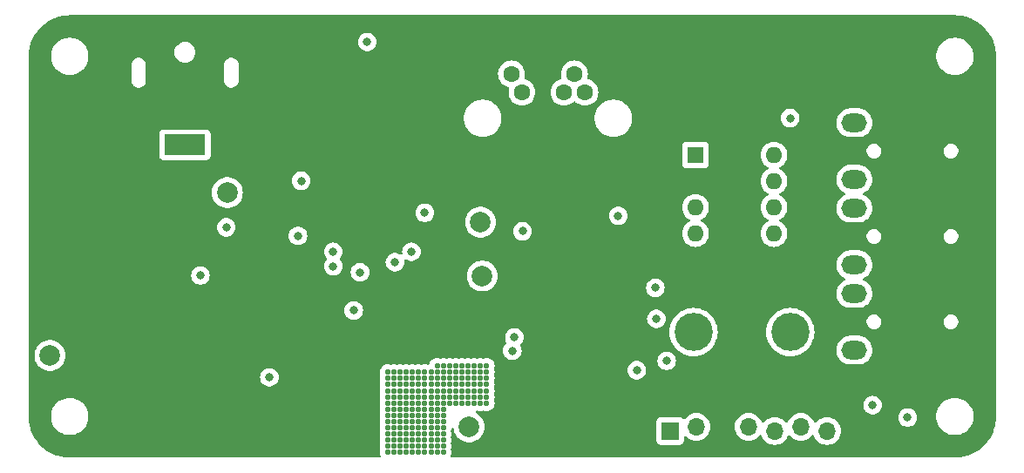
<source format=gbr>
%TF.GenerationSoftware,KiCad,Pcbnew,7.0.6*%
%TF.CreationDate,2023-08-31T11:47:23-07:00*%
%TF.ProjectId,dmxTx,646d7854-782e-46b6-9963-61645f706362,rev?*%
%TF.SameCoordinates,Original*%
%TF.FileFunction,Copper,L3,Inr*%
%TF.FilePolarity,Positive*%
%FSLAX46Y46*%
G04 Gerber Fmt 4.6, Leading zero omitted, Abs format (unit mm)*
G04 Created by KiCad (PCBNEW 7.0.6) date 2023-08-31 11:47:23*
%MOMM*%
%LPD*%
G01*
G04 APERTURE LIST*
%TA.AperFunction,ComponentPad*%
%ADD10C,1.600000*%
%TD*%
%TA.AperFunction,ComponentPad*%
%ADD11R,4.000000X2.000000*%
%TD*%
%TA.AperFunction,ComponentPad*%
%ADD12O,3.300000X2.000000*%
%TD*%
%TA.AperFunction,ComponentPad*%
%ADD13O,2.500000X1.800000*%
%TD*%
%TA.AperFunction,ComponentPad*%
%ADD14R,1.600000X1.600000*%
%TD*%
%TA.AperFunction,ComponentPad*%
%ADD15O,1.600000X1.600000*%
%TD*%
%TA.AperFunction,ComponentPad*%
%ADD16C,2.000000*%
%TD*%
%TA.AperFunction,ComponentPad*%
%ADD17R,1.700000X1.700000*%
%TD*%
%TA.AperFunction,ComponentPad*%
%ADD18O,1.700000X1.700000*%
%TD*%
%TA.AperFunction,ComponentPad*%
%ADD19C,3.700000*%
%TD*%
%TA.AperFunction,ViaPad*%
%ADD20C,0.550000*%
%TD*%
%TA.AperFunction,ViaPad*%
%ADD21C,0.800000*%
%TD*%
G04 APERTURE END LIST*
D10*
%TO.N,D+*%
%TO.C,CON1*%
X94920000Y-69700000D03*
%TO.N,D-*%
X95940000Y-71480000D03*
%TO.N,AGND*%
X96960000Y-69700000D03*
X97980000Y-71480000D03*
X99000000Y-69700000D03*
%TO.N,+48V_Hi_Amp*%
X100020000Y-71480000D03*
X101040000Y-69700000D03*
X102060000Y-71480000D03*
%TD*%
D11*
%TO.N,Net-(F1-Pad1)*%
%TO.C,J3*%
X63200000Y-76600000D03*
D12*
%TO.N,AGND*%
X63200000Y-70600000D03*
%TD*%
D13*
%TO.N,AGND*%
%TO.C,J6*%
X133522500Y-75700000D03*
%TO.N,AUDIO_IN*%
X128222500Y-79950000D03*
X128222500Y-74450000D03*
%TD*%
D14*
%TO.N,+5V*%
%TO.C,U4*%
X112800000Y-77600000D03*
D15*
%TO.N,AGND*%
X112800000Y-80140000D03*
%TO.N,AN_OUT*%
X112800000Y-82680000D03*
%TO.N,STROBE*%
X112800000Y-85220000D03*
%TO.N,Net-(U4-IN)*%
X120420000Y-85220000D03*
%TO.N,Net-(U4-GND)*%
X120420000Y-82680000D03*
%TO.N,RESET*%
X120420000Y-80140000D03*
%TO.N,Net-(U4-CKIN)*%
X120420000Y-77600000D03*
%TD*%
D16*
%TO.N,AGND*%
%TO.C,TP10*%
X96600000Y-104000000D03*
%TD*%
D13*
%TO.N,AGND*%
%TO.C,J8*%
X133522500Y-92300000D03*
%TO.N,AUDIO_IN*%
X128222500Y-96550000D03*
X128222500Y-91050000D03*
%TD*%
D16*
%TO.N,+5V*%
%TO.C,TP9*%
X90800000Y-104000000D03*
%TD*%
D13*
%TO.N,AGND*%
%TO.C,J7*%
X133522500Y-84000000D03*
%TO.N,AUDIO_IN*%
X128222500Y-88250000D03*
X128222500Y-82750000D03*
%TD*%
D16*
%TO.N,VDD*%
%TO.C,TP2*%
X67320000Y-81250000D03*
%TD*%
%TO.N,Net-(U2A-RC1)*%
%TO.C,TP3*%
X92090000Y-89340000D03*
%TD*%
%TO.N,SW*%
%TO.C,TP1*%
X91910000Y-84110000D03*
%TD*%
D17*
%TO.N,MCLR*%
%TO.C,J1*%
X110340000Y-104403200D03*
D18*
%TO.N,+5V*%
X112880000Y-103996800D03*
%TO.N,AGND*%
X115420000Y-104403200D03*
%TO.N,ICSPDAT*%
X117960000Y-103996800D03*
%TO.N,ICSPCLK*%
X120500000Y-104403200D03*
%TO.N,U1TX*%
X123040000Y-103996800D03*
%TO.N,DMX OUT*%
X125580000Y-104403200D03*
%TD*%
D19*
%TO.N,MODE1*%
%TO.C,SW1*%
X112600000Y-94800000D03*
%TO.N,AGND*%
X117300000Y-94800000D03*
%TO.N,MODE2*%
X122000000Y-94800000D03*
%TD*%
D16*
%TO.N,+48V*%
%TO.C,TP5*%
X50080000Y-97070000D03*
%TD*%
D20*
%TO.N,AGND*%
X64500000Y-101200000D03*
X88000000Y-92200000D03*
X58500000Y-102400000D03*
X102400000Y-91400000D03*
D21*
X107200000Y-82400000D03*
D20*
X86800000Y-92200000D03*
X67500000Y-101200000D03*
X62700000Y-104200000D03*
X61500000Y-104800000D03*
X75730000Y-91900000D03*
X63300000Y-104800000D03*
X88620000Y-92200000D03*
X63300000Y-101200000D03*
X104200000Y-95600000D03*
X60300000Y-103000000D03*
X58500000Y-103600000D03*
X68700000Y-101800000D03*
X59100000Y-101800000D03*
X75140000Y-90150000D03*
X103000000Y-92000000D03*
X66300000Y-101200000D03*
X57900000Y-103000000D03*
X101200000Y-94400000D03*
X66900000Y-101800000D03*
X103000000Y-91400000D03*
X86780000Y-91600000D03*
X101200000Y-96200000D03*
X103600000Y-95600000D03*
X62700000Y-102400000D03*
X62700000Y-103000000D03*
X63300000Y-103600000D03*
X59700000Y-104200000D03*
X63900000Y-102400000D03*
X59700000Y-101200000D03*
X77300000Y-94700000D03*
X101800000Y-92600000D03*
X103000000Y-96200000D03*
X104200000Y-92600000D03*
X76310000Y-91320000D03*
X85600000Y-92200000D03*
X86780000Y-89850000D03*
X103000000Y-92600000D03*
X103000000Y-93800000D03*
X88000000Y-91600000D03*
X101200000Y-93200000D03*
X67500000Y-101800000D03*
X75140000Y-91900000D03*
X63900000Y-101800000D03*
X101800000Y-95600000D03*
X61500000Y-103600000D03*
X59700000Y-103000000D03*
X57300000Y-102400000D03*
X61500000Y-103000000D03*
X103600000Y-91400000D03*
X57300000Y-104200000D03*
X69300000Y-101200000D03*
X102400000Y-95600000D03*
X85020000Y-92200000D03*
X59700000Y-102400000D03*
X88620000Y-92800000D03*
X73390000Y-90720000D03*
X73970000Y-90140000D03*
D21*
X96000000Y-82000000D03*
D20*
X88620000Y-91000000D03*
X85000000Y-91600000D03*
X59100000Y-104200000D03*
X87420000Y-93400000D03*
X57300000Y-101200000D03*
X88600000Y-90400000D03*
X87420000Y-92200000D03*
X59700000Y-104800000D03*
X104200000Y-96200000D03*
X76890000Y-91320000D03*
X86780000Y-91010000D03*
X77300000Y-94100000D03*
X99400000Y-92000000D03*
X89200000Y-92800000D03*
X102400000Y-95000000D03*
X88620000Y-93400000D03*
X85580000Y-90430000D03*
X99400000Y-95600000D03*
X99400000Y-93200000D03*
X61500000Y-104200000D03*
D21*
X85400000Y-80900000D03*
D20*
X68100000Y-101200000D03*
X100600000Y-91400000D03*
D21*
X70580000Y-90310000D03*
D20*
X100000000Y-93800000D03*
X99400000Y-93800000D03*
X86200000Y-90430000D03*
X101200000Y-92000000D03*
X60300000Y-103600000D03*
X91020000Y-93400000D03*
X103600000Y-96200000D03*
X72810000Y-90730000D03*
X85580000Y-91600000D03*
X89800000Y-92200000D03*
X65100000Y-101200000D03*
X87420000Y-91000000D03*
X73390000Y-91890000D03*
X104200000Y-92000000D03*
X89200000Y-92200000D03*
D21*
X74240000Y-83810000D03*
D20*
X77300000Y-93500000D03*
X100600000Y-92000000D03*
X100600000Y-94400000D03*
X99400000Y-91400000D03*
X62100000Y-104200000D03*
X59700000Y-101800000D03*
X89200000Y-91600000D03*
X66300000Y-101800000D03*
D21*
X109430000Y-76190000D03*
D20*
X68100000Y-101800000D03*
X63900000Y-101200000D03*
X99400000Y-95000000D03*
X57300000Y-104800000D03*
X60900000Y-104200000D03*
X74560000Y-90140000D03*
X102400000Y-96200000D03*
X57300000Y-103600000D03*
X100600000Y-95600000D03*
X89820000Y-93400000D03*
X100600000Y-92600000D03*
X59100000Y-102400000D03*
D21*
X74700000Y-86940000D03*
D20*
X58500000Y-104800000D03*
X99400000Y-92600000D03*
X63300000Y-104200000D03*
D21*
X69470000Y-81590000D03*
D20*
X59100000Y-103600000D03*
X76310000Y-90160000D03*
X63900000Y-104800000D03*
X62100000Y-103000000D03*
X60300000Y-104200000D03*
X103000000Y-95000000D03*
X88000000Y-92800000D03*
X73390000Y-90140000D03*
X75140000Y-90730000D03*
X58500000Y-103000000D03*
X88620000Y-91600000D03*
X75730000Y-91310000D03*
X90400000Y-92800000D03*
X75140000Y-91310000D03*
D21*
X124620000Y-79000000D03*
D20*
X100000000Y-96200000D03*
X89200000Y-93400000D03*
X103600000Y-92600000D03*
X65700000Y-101800000D03*
X102400000Y-94400000D03*
D21*
X105000000Y-86000000D03*
D20*
X60900000Y-103000000D03*
X104200000Y-91400000D03*
X102400000Y-93200000D03*
X85000000Y-89850000D03*
X90380000Y-92200000D03*
X100600000Y-95000000D03*
X100000000Y-94400000D03*
X76310000Y-90740000D03*
X101200000Y-92600000D03*
D21*
X94715500Y-91400000D03*
D20*
X57300000Y-101800000D03*
X61500000Y-101800000D03*
X64507985Y-104786098D03*
X90400000Y-93400000D03*
X58500000Y-104200000D03*
D21*
X71860000Y-82290000D03*
D20*
X104200000Y-95000000D03*
D21*
X79760000Y-91030000D03*
D20*
X103600000Y-95000000D03*
X104200000Y-93800000D03*
X87980000Y-90400000D03*
X86220000Y-92200000D03*
X86200000Y-91010000D03*
X103000000Y-94400000D03*
X85000000Y-90430000D03*
X60900000Y-101200000D03*
X88000000Y-93400000D03*
X60300000Y-101200000D03*
X103600000Y-93200000D03*
X62100000Y-103600000D03*
X59100000Y-101200000D03*
X62700000Y-104800000D03*
X102400000Y-93800000D03*
X87400000Y-90400000D03*
X57900000Y-101800000D03*
X75730000Y-90730000D03*
X68700000Y-101200000D03*
X103000000Y-93200000D03*
X59100000Y-103000000D03*
X63300000Y-103000000D03*
X100000000Y-93200000D03*
X60900000Y-102400000D03*
X64500000Y-101800000D03*
X103600000Y-93800000D03*
X74560000Y-90720000D03*
X91020000Y-92800000D03*
X104200000Y-93200000D03*
X76890000Y-90160000D03*
X76890000Y-91910000D03*
D21*
X108700000Y-91900000D03*
D20*
X65700000Y-101200000D03*
X100000000Y-92600000D03*
X59700000Y-103600000D03*
X101800000Y-93800000D03*
X102400000Y-92000000D03*
X76890000Y-90740000D03*
D21*
X77030000Y-84360000D03*
D20*
X86200000Y-91600000D03*
X85580000Y-89850000D03*
X85000000Y-91010000D03*
X63300000Y-101800000D03*
X73970000Y-90720000D03*
X85580000Y-91010000D03*
X57900000Y-103600000D03*
D21*
X80350000Y-80680000D03*
D20*
X62700000Y-101800000D03*
X66900000Y-101200000D03*
X100000000Y-92000000D03*
X62100000Y-102400000D03*
X57900000Y-104200000D03*
X72810000Y-91310000D03*
X60300000Y-104800000D03*
X100600000Y-93800000D03*
X73970000Y-91890000D03*
X91600000Y-93400000D03*
X63300000Y-102400000D03*
X89792046Y-91563075D03*
X62100000Y-101200000D03*
X99400000Y-96200000D03*
X74560000Y-91300000D03*
X60300000Y-102400000D03*
X101200000Y-95000000D03*
X60900000Y-101800000D03*
X87400000Y-89800000D03*
X88000000Y-91000000D03*
X102400000Y-92600000D03*
X89200000Y-91000000D03*
X100000000Y-95600000D03*
X60300000Y-101800000D03*
X87420000Y-91600000D03*
X101800000Y-93200000D03*
X58500000Y-101800000D03*
X61500000Y-102400000D03*
X101800000Y-92000000D03*
X86200000Y-89850000D03*
X75730000Y-90150000D03*
D21*
X89800000Y-85800000D03*
D20*
X62100000Y-101800000D03*
X100000000Y-95000000D03*
X69300000Y-101800000D03*
X61500000Y-101200000D03*
X104200000Y-94400000D03*
X100000000Y-91400000D03*
X101200000Y-93800000D03*
X76310000Y-91910000D03*
X73390000Y-91300000D03*
X62700000Y-101200000D03*
X65100000Y-101800000D03*
X101800000Y-95000000D03*
X101800000Y-94400000D03*
X100600000Y-93200000D03*
X74560000Y-91890000D03*
X60900000Y-104800000D03*
X103000000Y-95600000D03*
X87420000Y-92800000D03*
X88000000Y-89800000D03*
X100600000Y-96200000D03*
X99400000Y-94400000D03*
X57300000Y-103000000D03*
X72810000Y-90150000D03*
X58500000Y-101200000D03*
X101200000Y-95600000D03*
X64500000Y-102400000D03*
X101800000Y-91400000D03*
X101800000Y-96200000D03*
X86780000Y-90430000D03*
X101200000Y-91400000D03*
X62100000Y-104800000D03*
D21*
X123780000Y-83800000D03*
D20*
X57900000Y-101200000D03*
X103600000Y-94400000D03*
X103600000Y-92000000D03*
X57900000Y-102400000D03*
X72810000Y-91900000D03*
X60900000Y-103600000D03*
X89820000Y-92800000D03*
X59100000Y-104800000D03*
X62700000Y-103600000D03*
X73970000Y-91300000D03*
X57900000Y-104800000D03*
D21*
%TO.N,SW*%
X71400000Y-99200000D03*
X83600000Y-88000000D03*
X64700000Y-89300000D03*
X79600000Y-92700000D03*
D20*
%TO.N,+5V*%
X86500000Y-104700000D03*
X87100000Y-104700000D03*
X91300000Y-99900000D03*
X85300000Y-101700000D03*
X84100000Y-105300000D03*
X83500000Y-99300000D03*
X89500000Y-99300000D03*
X87100000Y-101700000D03*
X84100000Y-102300000D03*
X90700000Y-100500000D03*
X85900000Y-98700000D03*
X84100000Y-106500000D03*
X86500000Y-101100000D03*
X86500000Y-100500000D03*
X82900000Y-99900000D03*
X85900000Y-101700000D03*
X85900000Y-104100000D03*
X88900000Y-98700000D03*
X90100000Y-101700000D03*
X87100000Y-100500000D03*
X85300000Y-100500000D03*
X84700000Y-106500000D03*
X82900000Y-100500000D03*
D21*
X109000000Y-93500000D03*
D20*
X87700000Y-102900000D03*
X85300000Y-106500000D03*
X84700000Y-98700000D03*
X85900000Y-106500000D03*
X91300000Y-100500000D03*
X85300000Y-105900000D03*
X83500000Y-101700000D03*
X87700000Y-102300000D03*
X83500000Y-105900000D03*
X82900000Y-101700000D03*
X85900000Y-101100000D03*
X84100000Y-104100000D03*
X90700000Y-101700000D03*
X85300000Y-105300000D03*
X85300000Y-99900000D03*
X86500000Y-99300000D03*
X85300000Y-101100000D03*
X85900000Y-100500000D03*
X85900000Y-102900000D03*
X88300000Y-102300000D03*
X90700000Y-98700000D03*
X82900000Y-105900000D03*
X84700000Y-102900000D03*
X88300000Y-101700000D03*
X85900000Y-99900000D03*
X82900000Y-99300000D03*
X84700000Y-102300000D03*
X84700000Y-101100000D03*
X84700000Y-105900000D03*
X84700000Y-99900000D03*
X86500000Y-103500000D03*
X83500000Y-106500000D03*
X85300000Y-102300000D03*
X89500000Y-98100000D03*
X82900000Y-105300000D03*
X92500000Y-99900000D03*
X85300000Y-104700000D03*
X83500000Y-101100000D03*
X89500000Y-101100000D03*
X84700000Y-100500000D03*
X90700000Y-99900000D03*
X87700000Y-98700000D03*
X88300000Y-104700000D03*
X85300000Y-98700000D03*
X92500000Y-98700000D03*
X86500000Y-102900000D03*
X90100000Y-99900000D03*
X87100000Y-98700000D03*
X84100000Y-101100000D03*
X88300000Y-102900000D03*
X88300000Y-105300000D03*
X92500000Y-101700000D03*
X91900000Y-100500000D03*
X83500000Y-104100000D03*
X87700000Y-99900000D03*
X82900000Y-102900000D03*
X86500000Y-102300000D03*
X91900000Y-101100000D03*
X87700000Y-106500000D03*
X85900000Y-99300000D03*
D21*
X96000000Y-85000000D03*
D20*
X85900000Y-105300000D03*
X91300000Y-98100000D03*
X92500000Y-99300000D03*
X89500000Y-99900000D03*
X90100000Y-100500000D03*
X87700000Y-100500000D03*
X88300000Y-98700000D03*
X84700000Y-99300000D03*
X87100000Y-104100000D03*
X83500000Y-103500000D03*
X87700000Y-101700000D03*
D21*
X130000000Y-101900000D03*
D20*
X90100000Y-101100000D03*
X87700000Y-99300000D03*
X86500000Y-106500000D03*
X91900000Y-98100000D03*
X83500000Y-102300000D03*
X84100000Y-104700000D03*
X88300000Y-99300000D03*
X84700000Y-105300000D03*
X87700000Y-104100000D03*
X82900000Y-103500000D03*
X88900000Y-100500000D03*
X87100000Y-99900000D03*
X88900000Y-99300000D03*
X84700000Y-101700000D03*
X83500000Y-99900000D03*
X87100000Y-101100000D03*
X86500000Y-104100000D03*
X84100000Y-99900000D03*
X90100000Y-98700000D03*
X87700000Y-101100000D03*
X87100000Y-102900000D03*
X88900000Y-98100000D03*
X91300000Y-101100000D03*
X88900000Y-101100000D03*
X88300000Y-99900000D03*
X84700000Y-104100000D03*
X88300000Y-104100000D03*
X87100000Y-106500000D03*
X83500000Y-104700000D03*
X92500000Y-100500000D03*
D21*
X74500000Y-80100000D03*
D20*
X87100000Y-105300000D03*
X90100000Y-98100000D03*
X86500000Y-101700000D03*
X84100000Y-100500000D03*
X84700000Y-103500000D03*
D21*
X122000000Y-74000000D03*
D20*
X91300000Y-101700000D03*
X86500000Y-105300000D03*
X86500000Y-105900000D03*
X88300000Y-98100000D03*
X82900000Y-101100000D03*
X87100000Y-102300000D03*
X88300000Y-103500000D03*
X87100000Y-99300000D03*
X84100000Y-105900000D03*
X84700000Y-104700000D03*
X85900000Y-102300000D03*
X88300000Y-101100000D03*
X91900000Y-99300000D03*
X87700000Y-105300000D03*
X84100000Y-98700000D03*
X86500000Y-99900000D03*
X82900000Y-98700000D03*
X84100000Y-103500000D03*
X90700000Y-99300000D03*
X89500000Y-100500000D03*
X83500000Y-100500000D03*
X82900000Y-104700000D03*
X88300000Y-100500000D03*
X88900000Y-99900000D03*
X91300000Y-98700000D03*
X85300000Y-102900000D03*
X91900000Y-101700000D03*
X84100000Y-102900000D03*
X85900000Y-105900000D03*
X85900000Y-103500000D03*
X82900000Y-106500000D03*
X83500000Y-98700000D03*
X91300000Y-99300000D03*
X85300000Y-104100000D03*
X85300000Y-99300000D03*
X84100000Y-99300000D03*
X87700000Y-104700000D03*
X85300000Y-103500000D03*
X87100000Y-103500000D03*
X90100000Y-99300000D03*
X84100000Y-101700000D03*
X83500000Y-102900000D03*
X85900000Y-104700000D03*
X86500000Y-98700000D03*
X90700000Y-101100000D03*
X92500000Y-98100000D03*
D21*
X105300000Y-83500000D03*
D20*
X87100000Y-105900000D03*
X87700000Y-105900000D03*
X88300000Y-105900000D03*
X89500000Y-101700000D03*
X90700000Y-98100000D03*
X87700000Y-103500000D03*
X88300000Y-106500000D03*
X92500000Y-101100000D03*
X83500000Y-105300000D03*
X87700000Y-98100000D03*
X82900000Y-104100000D03*
X91900000Y-99900000D03*
X91900000Y-98700000D03*
X88900000Y-101700000D03*
X89500000Y-98700000D03*
X82900000Y-102300000D03*
D21*
%TO.N,VDD*%
X77600000Y-87000000D03*
X67220000Y-84620000D03*
X74180000Y-85440000D03*
%TO.N,MCLR*%
X133400000Y-103100000D03*
%TO.N,Net-(U1A-FREQ)*%
X77600000Y-88400000D03*
X86500000Y-83200000D03*
%TO.N,DMX OUT*%
X108900000Y-90500000D03*
%TO.N,RESET*%
X95200000Y-95300000D03*
%TO.N,STROBE*%
X95000000Y-96600000D03*
%TO.N,MODE1*%
X110000000Y-97600000D03*
%TO.N,MODE2*%
X107100000Y-98500000D03*
%TO.N,Net-(U1A-EN)*%
X85200000Y-87000000D03*
X80210000Y-88990000D03*
%TO.N,+48V_Hi_Amp*%
X80900000Y-66600000D03*
%TD*%
%TA.AperFunction,Conductor*%
%TO.N,AGND*%
G36*
X137948139Y-64000501D02*
G01*
X137998559Y-64000501D01*
X138001422Y-64000567D01*
X138040985Y-64002395D01*
X138172949Y-64008496D01*
X138372548Y-64018303D01*
X138378047Y-64018820D01*
X138563356Y-64044669D01*
X138749827Y-64072330D01*
X138754870Y-64073295D01*
X138939291Y-64116671D01*
X138939368Y-64116689D01*
X139120194Y-64161983D01*
X139124808Y-64163332D01*
X139305609Y-64223931D01*
X139480368Y-64286462D01*
X139484446Y-64288090D01*
X139593992Y-64336459D01*
X139659452Y-64365363D01*
X139826972Y-64444594D01*
X139830626Y-64446473D01*
X139929133Y-64501341D01*
X139998123Y-64539768D01*
X140157009Y-64635000D01*
X140160078Y-64636968D01*
X140318623Y-64745574D01*
X140467387Y-64855906D01*
X140469984Y-64857945D01*
X140618013Y-64980867D01*
X140755320Y-65105315D01*
X140757513Y-65107403D01*
X140892595Y-65242485D01*
X140894686Y-65244681D01*
X141019136Y-65381990D01*
X141142046Y-65530005D01*
X141144116Y-65532643D01*
X141254431Y-65681385D01*
X141363020Y-65839905D01*
X141365009Y-65843007D01*
X141365032Y-65843044D01*
X141460230Y-66001874D01*
X141553521Y-66169364D01*
X141555404Y-66173026D01*
X141634636Y-66340547D01*
X141711894Y-66515517D01*
X141713553Y-66519674D01*
X141776083Y-66694433D01*
X141836664Y-66875185D01*
X141838021Y-66879825D01*
X141883309Y-67060627D01*
X141926695Y-67245090D01*
X141927671Y-67250190D01*
X141955336Y-67436690D01*
X141981176Y-67621934D01*
X141981696Y-67627460D01*
X141991511Y-67827239D01*
X141999433Y-67998576D01*
X141999499Y-68001440D01*
X141999499Y-102998559D01*
X141999433Y-103001423D01*
X141991511Y-103172760D01*
X141981696Y-103372538D01*
X141981176Y-103378064D01*
X141955336Y-103563309D01*
X141927671Y-103749808D01*
X141926695Y-103754907D01*
X141883309Y-103939372D01*
X141838021Y-104120173D01*
X141836664Y-104124813D01*
X141776083Y-104305566D01*
X141713553Y-104480324D01*
X141711894Y-104484481D01*
X141634636Y-104659452D01*
X141555404Y-104826972D01*
X141553521Y-104830634D01*
X141460230Y-104998125D01*
X141365019Y-105156976D01*
X141362989Y-105160141D01*
X141254433Y-105318612D01*
X141144116Y-105467355D01*
X141142016Y-105470030D01*
X141068605Y-105558436D01*
X141025170Y-105610744D01*
X141019131Y-105618016D01*
X140894693Y-105755309D01*
X140892595Y-105757513D01*
X140757513Y-105892595D01*
X140755309Y-105894693D01*
X140618016Y-106019131D01*
X140470030Y-106142016D01*
X140467355Y-106144116D01*
X140318612Y-106254433D01*
X140160141Y-106362989D01*
X140156976Y-106365019D01*
X139998125Y-106460230D01*
X139830634Y-106553521D01*
X139826972Y-106555404D01*
X139659452Y-106634636D01*
X139484481Y-106711894D01*
X139480324Y-106713553D01*
X139305566Y-106776083D01*
X139124813Y-106836664D01*
X139120173Y-106838021D01*
X138939372Y-106883309D01*
X138754907Y-106926695D01*
X138749808Y-106927671D01*
X138563309Y-106955336D01*
X138378064Y-106981176D01*
X138372538Y-106981696D01*
X138172760Y-106991511D01*
X138001423Y-106999433D01*
X137998559Y-106999499D01*
X89121584Y-106999499D01*
X89054545Y-106979814D01*
X89008790Y-106927010D01*
X88998846Y-106857852D01*
X89004543Y-106834544D01*
X89017622Y-106797167D01*
X89060841Y-106673657D01*
X89080407Y-106500000D01*
X89064971Y-106363002D01*
X89060842Y-106326351D01*
X89060841Y-106326344D01*
X89060841Y-106326343D01*
X89030960Y-106240951D01*
X89027398Y-106171177D01*
X89030953Y-106159067D01*
X89060841Y-106073657D01*
X89066984Y-106019132D01*
X89080407Y-105900003D01*
X89080407Y-105899996D01*
X89060842Y-105726351D01*
X89060841Y-105726344D01*
X89050572Y-105696997D01*
X89030960Y-105640950D01*
X89027398Y-105571176D01*
X89030951Y-105559074D01*
X89060841Y-105473657D01*
X89071525Y-105378830D01*
X89080407Y-105300003D01*
X89080407Y-105299996D01*
X89060842Y-105126351D01*
X89060841Y-105126344D01*
X89060841Y-105126343D01*
X89030960Y-105040951D01*
X89027398Y-104971177D01*
X89030953Y-104959067D01*
X89060841Y-104873657D01*
X89076473Y-104734916D01*
X89080407Y-104700003D01*
X89080407Y-104699996D01*
X89060842Y-104526351D01*
X89060840Y-104526340D01*
X89030962Y-104440954D01*
X89027400Y-104371175D01*
X89030958Y-104359055D01*
X89060841Y-104273657D01*
X89066428Y-104224064D01*
X89093493Y-104159654D01*
X89151087Y-104120097D01*
X89220924Y-104117958D01*
X89280831Y-104153915D01*
X89311788Y-104216552D01*
X89313224Y-104227704D01*
X89314891Y-104247815D01*
X89314892Y-104247824D01*
X89375936Y-104488881D01*
X89475826Y-104716606D01*
X89611833Y-104924782D01*
X89611836Y-104924785D01*
X89780256Y-105107738D01*
X89976491Y-105260474D01*
X90002597Y-105274602D01*
X90161666Y-105360686D01*
X90195190Y-105378828D01*
X90430386Y-105459571D01*
X90675665Y-105500500D01*
X90924335Y-105500500D01*
X91169614Y-105459571D01*
X91404810Y-105378828D01*
X91548494Y-105301070D01*
X108989500Y-105301070D01*
X108989501Y-105301076D01*
X108995908Y-105360683D01*
X109046202Y-105495528D01*
X109046206Y-105495535D01*
X109132452Y-105610744D01*
X109132455Y-105610747D01*
X109247664Y-105696993D01*
X109247671Y-105696997D01*
X109382517Y-105747291D01*
X109382516Y-105747291D01*
X109389444Y-105748035D01*
X109442127Y-105753700D01*
X111237872Y-105753699D01*
X111297483Y-105747291D01*
X111432331Y-105696996D01*
X111547546Y-105610746D01*
X111633796Y-105495531D01*
X111684091Y-105360683D01*
X111690500Y-105301073D01*
X111690499Y-105016555D01*
X111710183Y-104949518D01*
X111762987Y-104903763D01*
X111832146Y-104893819D01*
X111895701Y-104922844D01*
X111902180Y-104928876D01*
X112008599Y-105035295D01*
X112073921Y-105081034D01*
X112202165Y-105170832D01*
X112202167Y-105170833D01*
X112202170Y-105170835D01*
X112416337Y-105270703D01*
X112416343Y-105270704D01*
X112416344Y-105270705D01*
X112430888Y-105274602D01*
X112644592Y-105331863D01*
X112832918Y-105348339D01*
X112879999Y-105352459D01*
X112880000Y-105352459D01*
X112880001Y-105352459D01*
X112919234Y-105349026D01*
X113115408Y-105331863D01*
X113343663Y-105270703D01*
X113557830Y-105170835D01*
X113751401Y-105035295D01*
X113918495Y-104868201D01*
X114054035Y-104674630D01*
X114153903Y-104460463D01*
X114215063Y-104232208D01*
X114235659Y-103996800D01*
X116604341Y-103996800D01*
X116624936Y-104232203D01*
X116624938Y-104232213D01*
X116686094Y-104460455D01*
X116686096Y-104460459D01*
X116686097Y-104460463D01*
X116767848Y-104635778D01*
X116785965Y-104674630D01*
X116785967Y-104674634D01*
X116881102Y-104810500D01*
X116921505Y-104868201D01*
X117088599Y-105035295D01*
X117153921Y-105081034D01*
X117282165Y-105170832D01*
X117282167Y-105170833D01*
X117282170Y-105170835D01*
X117496337Y-105270703D01*
X117496343Y-105270704D01*
X117496344Y-105270705D01*
X117510888Y-105274602D01*
X117724592Y-105331863D01*
X117912918Y-105348339D01*
X117959999Y-105352459D01*
X117960000Y-105352459D01*
X117960001Y-105352459D01*
X117999234Y-105349026D01*
X118195408Y-105331863D01*
X118423663Y-105270703D01*
X118637830Y-105170835D01*
X118831401Y-105035295D01*
X118998495Y-104868201D01*
X119012299Y-104848485D01*
X119066873Y-104804862D01*
X119136371Y-104797667D01*
X119198727Y-104829188D01*
X119226256Y-104867204D01*
X119325965Y-105081030D01*
X119325967Y-105081034D01*
X119381359Y-105160141D01*
X119461505Y-105274601D01*
X119628599Y-105441695D01*
X119712581Y-105500500D01*
X119822165Y-105577232D01*
X119822167Y-105577233D01*
X119822170Y-105577235D01*
X120036337Y-105677103D01*
X120264592Y-105738263D01*
X120441034Y-105753700D01*
X120499999Y-105758859D01*
X120500000Y-105758859D01*
X120500001Y-105758859D01*
X120558966Y-105753700D01*
X120735408Y-105738263D01*
X120963663Y-105677103D01*
X121177830Y-105577235D01*
X121371401Y-105441695D01*
X121538495Y-105274601D01*
X121674035Y-105081030D01*
X121773744Y-104867203D01*
X121819915Y-104814765D01*
X121887109Y-104795613D01*
X121953990Y-104815829D01*
X121987700Y-104848486D01*
X122001500Y-104868195D01*
X122001505Y-104868201D01*
X122168599Y-105035295D01*
X122233921Y-105081034D01*
X122362165Y-105170832D01*
X122362167Y-105170833D01*
X122362170Y-105170835D01*
X122576337Y-105270703D01*
X122576343Y-105270704D01*
X122576344Y-105270705D01*
X122590888Y-105274602D01*
X122804592Y-105331863D01*
X122992918Y-105348339D01*
X123039999Y-105352459D01*
X123040000Y-105352459D01*
X123040001Y-105352459D01*
X123079234Y-105349026D01*
X123275408Y-105331863D01*
X123503663Y-105270703D01*
X123717830Y-105170835D01*
X123911401Y-105035295D01*
X124078495Y-104868201D01*
X124092299Y-104848485D01*
X124146873Y-104804862D01*
X124216371Y-104797667D01*
X124278727Y-104829188D01*
X124306256Y-104867204D01*
X124405965Y-105081030D01*
X124405967Y-105081034D01*
X124461359Y-105160141D01*
X124541505Y-105274601D01*
X124708599Y-105441695D01*
X124792581Y-105500500D01*
X124902165Y-105577232D01*
X124902167Y-105577233D01*
X124902170Y-105577235D01*
X125116337Y-105677103D01*
X125344592Y-105738263D01*
X125521034Y-105753700D01*
X125579999Y-105758859D01*
X125580000Y-105758859D01*
X125580001Y-105758859D01*
X125638966Y-105753700D01*
X125815408Y-105738263D01*
X126043663Y-105677103D01*
X126257830Y-105577235D01*
X126451401Y-105441695D01*
X126618495Y-105274601D01*
X126754035Y-105081030D01*
X126853903Y-104866863D01*
X126915063Y-104638608D01*
X126935659Y-104403200D01*
X126915063Y-104167792D01*
X126863579Y-103975649D01*
X126853905Y-103939544D01*
X126853904Y-103939543D01*
X126853903Y-103939537D01*
X126754035Y-103725371D01*
X126717824Y-103673655D01*
X126618494Y-103531797D01*
X126451402Y-103364706D01*
X126451395Y-103364701D01*
X126257834Y-103229167D01*
X126257830Y-103229165D01*
X126247451Y-103224325D01*
X126043663Y-103129297D01*
X126043659Y-103129296D01*
X126043655Y-103129294D01*
X125934326Y-103100000D01*
X132494540Y-103100000D01*
X132514326Y-103288256D01*
X132514327Y-103288259D01*
X132572818Y-103468277D01*
X132572821Y-103468284D01*
X132667467Y-103632216D01*
X132775490Y-103752187D01*
X132794129Y-103772888D01*
X132947265Y-103884148D01*
X132947270Y-103884151D01*
X133120192Y-103961142D01*
X133120197Y-103961144D01*
X133305354Y-104000500D01*
X133305355Y-104000500D01*
X133494644Y-104000500D01*
X133494646Y-104000500D01*
X133679803Y-103961144D01*
X133852730Y-103884151D01*
X134005871Y-103772888D01*
X134132533Y-103632216D01*
X134227179Y-103468284D01*
X134285674Y-103288256D01*
X134301709Y-103135685D01*
X136189500Y-103135685D01*
X136229941Y-103403999D01*
X136229943Y-103404005D01*
X136309928Y-103663308D01*
X136427659Y-103907779D01*
X136427660Y-103907781D01*
X136427661Y-103907782D01*
X136427664Y-103907788D01*
X136554972Y-104094514D01*
X136580525Y-104131994D01*
X136765089Y-104330908D01*
X136765093Y-104330911D01*
X136765094Y-104330912D01*
X136977249Y-104500100D01*
X137212251Y-104635778D01*
X137464849Y-104734916D01*
X137729402Y-104795299D01*
X137729408Y-104795299D01*
X137729411Y-104795300D01*
X137932244Y-104810500D01*
X137932250Y-104810500D01*
X138067756Y-104810500D01*
X138270588Y-104795300D01*
X138270590Y-104795299D01*
X138270598Y-104795299D01*
X138535151Y-104734916D01*
X138787749Y-104635778D01*
X139022751Y-104500100D01*
X139234906Y-104330912D01*
X139258466Y-104305521D01*
X139288036Y-104273651D01*
X139419475Y-104131994D01*
X139572336Y-103907789D01*
X139583720Y-103884151D01*
X139630572Y-103786861D01*
X139690073Y-103663305D01*
X139770057Y-103404004D01*
X139781763Y-103326343D01*
X139810499Y-103135685D01*
X139810500Y-103135676D01*
X139810500Y-102864323D01*
X139810499Y-102864314D01*
X139770058Y-102596000D01*
X139770056Y-102595994D01*
X139761355Y-102567785D01*
X139690073Y-102336695D01*
X139572336Y-102092212D01*
X139419475Y-101868006D01*
X139409141Y-101856869D01*
X139234910Y-101669091D01*
X139194106Y-101636551D01*
X139022751Y-101499900D01*
X138787749Y-101364222D01*
X138535151Y-101265084D01*
X138535146Y-101265082D01*
X138535137Y-101265080D01*
X138310095Y-101213716D01*
X138270598Y-101204701D01*
X138270597Y-101204700D01*
X138270593Y-101204700D01*
X138270588Y-101204699D01*
X138067756Y-101189500D01*
X138067750Y-101189500D01*
X137932250Y-101189500D01*
X137932244Y-101189500D01*
X137729411Y-101204699D01*
X137729406Y-101204700D01*
X137464862Y-101265080D01*
X137464843Y-101265086D01*
X137212250Y-101364222D01*
X136977249Y-101499900D01*
X136765089Y-101669091D01*
X136580525Y-101868005D01*
X136445616Y-102065879D01*
X136430359Y-102088259D01*
X136427660Y-102092217D01*
X136427659Y-102092218D01*
X136309928Y-102336691D01*
X136229943Y-102595994D01*
X136229941Y-102596000D01*
X136189500Y-102864314D01*
X136189500Y-103135685D01*
X134301709Y-103135685D01*
X134305460Y-103100000D01*
X134285674Y-102911744D01*
X134227179Y-102731716D01*
X134132533Y-102567784D01*
X134005871Y-102427112D01*
X134005870Y-102427111D01*
X133852734Y-102315851D01*
X133852729Y-102315848D01*
X133679807Y-102238857D01*
X133679802Y-102238855D01*
X133534001Y-102207865D01*
X133494646Y-102199500D01*
X133305354Y-102199500D01*
X133272897Y-102206398D01*
X133120197Y-102238855D01*
X133120192Y-102238857D01*
X132947270Y-102315848D01*
X132947265Y-102315851D01*
X132794129Y-102427111D01*
X132667466Y-102567785D01*
X132572821Y-102731715D01*
X132572818Y-102731722D01*
X132529737Y-102864314D01*
X132514326Y-102911744D01*
X132494540Y-103100000D01*
X125934326Y-103100000D01*
X125815413Y-103068138D01*
X125815403Y-103068136D01*
X125580001Y-103047541D01*
X125579999Y-103047541D01*
X125344596Y-103068136D01*
X125344586Y-103068138D01*
X125116344Y-103129294D01*
X125116335Y-103129298D01*
X124902171Y-103229164D01*
X124902169Y-103229165D01*
X124708597Y-103364705D01*
X124541503Y-103531799D01*
X124527698Y-103551515D01*
X124473121Y-103595139D01*
X124403622Y-103602331D01*
X124341268Y-103570807D01*
X124313744Y-103532797D01*
X124214035Y-103318971D01*
X124208364Y-103310871D01*
X124078494Y-103125397D01*
X123911402Y-102958306D01*
X123911395Y-102958301D01*
X123717834Y-102822767D01*
X123717830Y-102822765D01*
X123717828Y-102822764D01*
X123503663Y-102722897D01*
X123503659Y-102722896D01*
X123503655Y-102722894D01*
X123275413Y-102661738D01*
X123275403Y-102661736D01*
X123040001Y-102641141D01*
X123039999Y-102641141D01*
X122804596Y-102661736D01*
X122804586Y-102661738D01*
X122576344Y-102722894D01*
X122576335Y-102722898D01*
X122362171Y-102822764D01*
X122362169Y-102822765D01*
X122168597Y-102958305D01*
X122001505Y-103125397D01*
X121865965Y-103318969D01*
X121865964Y-103318971D01*
X121766256Y-103532795D01*
X121720083Y-103585234D01*
X121652890Y-103604386D01*
X121586009Y-103584170D01*
X121552299Y-103551513D01*
X121538493Y-103531796D01*
X121371402Y-103364706D01*
X121371395Y-103364701D01*
X121177834Y-103229167D01*
X121177830Y-103229165D01*
X121167451Y-103224325D01*
X120963663Y-103129297D01*
X120963659Y-103129296D01*
X120963655Y-103129294D01*
X120735413Y-103068138D01*
X120735403Y-103068136D01*
X120500001Y-103047541D01*
X120499999Y-103047541D01*
X120264596Y-103068136D01*
X120264586Y-103068138D01*
X120036344Y-103129294D01*
X120036335Y-103129298D01*
X119822171Y-103229164D01*
X119822169Y-103229165D01*
X119628597Y-103364705D01*
X119461503Y-103531799D01*
X119447698Y-103551515D01*
X119393121Y-103595139D01*
X119323622Y-103602331D01*
X119261268Y-103570807D01*
X119233744Y-103532797D01*
X119134035Y-103318971D01*
X119128364Y-103310871D01*
X118998494Y-103125397D01*
X118831402Y-102958306D01*
X118831395Y-102958301D01*
X118637834Y-102822767D01*
X118637830Y-102822765D01*
X118637828Y-102822764D01*
X118423663Y-102722897D01*
X118423659Y-102722896D01*
X118423655Y-102722894D01*
X118195413Y-102661738D01*
X118195403Y-102661736D01*
X117960001Y-102641141D01*
X117959999Y-102641141D01*
X117724596Y-102661736D01*
X117724586Y-102661738D01*
X117496344Y-102722894D01*
X117496335Y-102722898D01*
X117282171Y-102822764D01*
X117282169Y-102822765D01*
X117088597Y-102958305D01*
X116921505Y-103125397D01*
X116785965Y-103318969D01*
X116785964Y-103318971D01*
X116701551Y-103499996D01*
X116686257Y-103532795D01*
X116686098Y-103533135D01*
X116686094Y-103533144D01*
X116624938Y-103761386D01*
X116624936Y-103761396D01*
X116604341Y-103996799D01*
X116604341Y-103996800D01*
X114235659Y-103996800D01*
X114233808Y-103975649D01*
X114217291Y-103786861D01*
X114215063Y-103761392D01*
X114163997Y-103570807D01*
X114153905Y-103533144D01*
X114153904Y-103533143D01*
X114153903Y-103533137D01*
X114054035Y-103318971D01*
X114048364Y-103310871D01*
X113918494Y-103125397D01*
X113751402Y-102958306D01*
X113751395Y-102958301D01*
X113557834Y-102822767D01*
X113557830Y-102822765D01*
X113557828Y-102822764D01*
X113343663Y-102722897D01*
X113343659Y-102722896D01*
X113343655Y-102722894D01*
X113115413Y-102661738D01*
X113115403Y-102661736D01*
X112880001Y-102641141D01*
X112879999Y-102641141D01*
X112644596Y-102661736D01*
X112644586Y-102661738D01*
X112416344Y-102722894D01*
X112416335Y-102722898D01*
X112202171Y-102822764D01*
X112202169Y-102822765D01*
X112008597Y-102958305D01*
X111841508Y-103125394D01*
X111772236Y-103224325D01*
X111717659Y-103267950D01*
X111648160Y-103275142D01*
X111585806Y-103243620D01*
X111571399Y-103227518D01*
X111547546Y-103195654D01*
X111547544Y-103195652D01*
X111547543Y-103195651D01*
X111432335Y-103109406D01*
X111432328Y-103109402D01*
X111297482Y-103059108D01*
X111297483Y-103059108D01*
X111237883Y-103052701D01*
X111237881Y-103052700D01*
X111237873Y-103052700D01*
X111237864Y-103052700D01*
X109442129Y-103052700D01*
X109442123Y-103052701D01*
X109382516Y-103059108D01*
X109247671Y-103109402D01*
X109247664Y-103109406D01*
X109132455Y-103195652D01*
X109132452Y-103195655D01*
X109046206Y-103310864D01*
X109046202Y-103310871D01*
X108995908Y-103445717D01*
X108989501Y-103505316D01*
X108989500Y-103505335D01*
X108989500Y-105301070D01*
X91548494Y-105301070D01*
X91623509Y-105260474D01*
X91819744Y-105107738D01*
X91988164Y-104924785D01*
X92124173Y-104716607D01*
X92224063Y-104488881D01*
X92285108Y-104247821D01*
X92285108Y-104247815D01*
X92285109Y-104247812D01*
X92305643Y-104000005D01*
X92305643Y-103999994D01*
X92285109Y-103752187D01*
X92285107Y-103752175D01*
X92224063Y-103511118D01*
X92124173Y-103283393D01*
X91988166Y-103075217D01*
X91962688Y-103047541D01*
X91819744Y-102892262D01*
X91623509Y-102739526D01*
X91623507Y-102739525D01*
X91623506Y-102739524D01*
X91520370Y-102683710D01*
X91498553Y-102671903D01*
X91448964Y-102622684D01*
X91433856Y-102554468D01*
X91458026Y-102488912D01*
X91513802Y-102446831D01*
X91516533Y-102445837D01*
X91559048Y-102430960D01*
X91628822Y-102427398D01*
X91640932Y-102430953D01*
X91726343Y-102460841D01*
X91726347Y-102460841D01*
X91726351Y-102460842D01*
X91899996Y-102480407D01*
X91900000Y-102480407D01*
X91900004Y-102480407D01*
X92073648Y-102460842D01*
X92073647Y-102460842D01*
X92073657Y-102460841D01*
X92159048Y-102430960D01*
X92228823Y-102427398D01*
X92240932Y-102430953D01*
X92326343Y-102460841D01*
X92326347Y-102460841D01*
X92326351Y-102460842D01*
X92499996Y-102480407D01*
X92500000Y-102480407D01*
X92500004Y-102480407D01*
X92673648Y-102460842D01*
X92673647Y-102460842D01*
X92673657Y-102460841D01*
X92838606Y-102403122D01*
X92986576Y-102310147D01*
X93110147Y-102186576D01*
X93203122Y-102038606D01*
X93251623Y-101900000D01*
X129094540Y-101900000D01*
X129114326Y-102088256D01*
X129114327Y-102088259D01*
X129172818Y-102268277D01*
X129172821Y-102268284D01*
X129267467Y-102432216D01*
X129328050Y-102499500D01*
X129394129Y-102572888D01*
X129547265Y-102684148D01*
X129547270Y-102684151D01*
X129720192Y-102761142D01*
X129720197Y-102761144D01*
X129905354Y-102800500D01*
X129905355Y-102800500D01*
X130094644Y-102800500D01*
X130094646Y-102800500D01*
X130279803Y-102761144D01*
X130452730Y-102684151D01*
X130605871Y-102572888D01*
X130732533Y-102432216D01*
X130827179Y-102268284D01*
X130885674Y-102088256D01*
X130905460Y-101900000D01*
X130885674Y-101711744D01*
X130827179Y-101531716D01*
X130732533Y-101367784D01*
X130605871Y-101227112D01*
X130575025Y-101204701D01*
X130452734Y-101115851D01*
X130452729Y-101115848D01*
X130279807Y-101038857D01*
X130279802Y-101038855D01*
X130134001Y-101007865D01*
X130094646Y-100999500D01*
X129905354Y-100999500D01*
X129872897Y-101006398D01*
X129720197Y-101038855D01*
X129720192Y-101038857D01*
X129547270Y-101115848D01*
X129547265Y-101115851D01*
X129394129Y-101227111D01*
X129267466Y-101367785D01*
X129172821Y-101531715D01*
X129172818Y-101531722D01*
X129118143Y-101699996D01*
X129114326Y-101711744D01*
X129094540Y-101900000D01*
X93251623Y-101900000D01*
X93260841Y-101873657D01*
X93279084Y-101711744D01*
X93280407Y-101700003D01*
X93280407Y-101699996D01*
X93260842Y-101526351D01*
X93260841Y-101526344D01*
X93260841Y-101526343D01*
X93230960Y-101440951D01*
X93227398Y-101371177D01*
X93230953Y-101359067D01*
X93260841Y-101273657D01*
X93268610Y-101204701D01*
X93280407Y-101100003D01*
X93280407Y-101099996D01*
X93260842Y-100926351D01*
X93260841Y-100926344D01*
X93260841Y-100926343D01*
X93230960Y-100840951D01*
X93227398Y-100771177D01*
X93230953Y-100759067D01*
X93260841Y-100673657D01*
X93280407Y-100500000D01*
X93260841Y-100326343D01*
X93230960Y-100240951D01*
X93227398Y-100171177D01*
X93230953Y-100159067D01*
X93260841Y-100073657D01*
X93280407Y-99900000D01*
X93277352Y-99872888D01*
X93260842Y-99726351D01*
X93260841Y-99726344D01*
X93260841Y-99726343D01*
X93230960Y-99640950D01*
X93227398Y-99571176D01*
X93230951Y-99559074D01*
X93260841Y-99473657D01*
X93280407Y-99300000D01*
X93278621Y-99284151D01*
X93260842Y-99126351D01*
X93260841Y-99126344D01*
X93260841Y-99126343D01*
X93230960Y-99040951D01*
X93227398Y-98971177D01*
X93230953Y-98959067D01*
X93260841Y-98873657D01*
X93280407Y-98700000D01*
X93279084Y-98688259D01*
X93260842Y-98526351D01*
X93260841Y-98526344D01*
X93260840Y-98526341D01*
X93251623Y-98500000D01*
X106194540Y-98500000D01*
X106214326Y-98688256D01*
X106214327Y-98688259D01*
X106272818Y-98868277D01*
X106272821Y-98868284D01*
X106367467Y-99032216D01*
X106452227Y-99126351D01*
X106494129Y-99172888D01*
X106647265Y-99284148D01*
X106647270Y-99284151D01*
X106820192Y-99361142D01*
X106820197Y-99361144D01*
X107005354Y-99400500D01*
X107005355Y-99400500D01*
X107194644Y-99400500D01*
X107194646Y-99400500D01*
X107379803Y-99361144D01*
X107552730Y-99284151D01*
X107705871Y-99172888D01*
X107832533Y-99032216D01*
X107927179Y-98868284D01*
X107985674Y-98688256D01*
X108005460Y-98500000D01*
X107985674Y-98311744D01*
X107931112Y-98143823D01*
X107927181Y-98131722D01*
X107927180Y-98131721D01*
X107927179Y-98131716D01*
X107832533Y-97967784D01*
X107705871Y-97827112D01*
X107705870Y-97827111D01*
X107552734Y-97715851D01*
X107552729Y-97715848D01*
X107379807Y-97638857D01*
X107379802Y-97638855D01*
X107234001Y-97607865D01*
X107196998Y-97600000D01*
X109094540Y-97600000D01*
X109114326Y-97788256D01*
X109114327Y-97788259D01*
X109172818Y-97968277D01*
X109172821Y-97968284D01*
X109267467Y-98132216D01*
X109394128Y-98272887D01*
X109394129Y-98272888D01*
X109547265Y-98384148D01*
X109547270Y-98384151D01*
X109720192Y-98461142D01*
X109720197Y-98461144D01*
X109905354Y-98500500D01*
X109905355Y-98500500D01*
X110094644Y-98500500D01*
X110094646Y-98500500D01*
X110279803Y-98461144D01*
X110452730Y-98384151D01*
X110605871Y-98272888D01*
X110732533Y-98132216D01*
X110827179Y-97968284D01*
X110885674Y-97788256D01*
X110905460Y-97600000D01*
X110885674Y-97411744D01*
X110827179Y-97231716D01*
X110732533Y-97067784D01*
X110605871Y-96927112D01*
X110605870Y-96927111D01*
X110452734Y-96815851D01*
X110452729Y-96815848D01*
X110279807Y-96738857D01*
X110279802Y-96738855D01*
X110134001Y-96707865D01*
X110094646Y-96699500D01*
X109905354Y-96699500D01*
X109872897Y-96706398D01*
X109720197Y-96738855D01*
X109720192Y-96738857D01*
X109547270Y-96815848D01*
X109547265Y-96815851D01*
X109394129Y-96927111D01*
X109267466Y-97067785D01*
X109172821Y-97231715D01*
X109172818Y-97231722D01*
X109119156Y-97396878D01*
X109114326Y-97411744D01*
X109107297Y-97478621D01*
X109094593Y-97599500D01*
X109094540Y-97600000D01*
X107196998Y-97600000D01*
X107194646Y-97599500D01*
X107005354Y-97599500D01*
X106972897Y-97606398D01*
X106820197Y-97638855D01*
X106820192Y-97638857D01*
X106647270Y-97715848D01*
X106647265Y-97715851D01*
X106494129Y-97827111D01*
X106367466Y-97967785D01*
X106272821Y-98131715D01*
X106272818Y-98131722D01*
X106226701Y-98273657D01*
X106214326Y-98311744D01*
X106194540Y-98500000D01*
X93251623Y-98500000D01*
X93230960Y-98440951D01*
X93227398Y-98371177D01*
X93230953Y-98359067D01*
X93260841Y-98273657D01*
X93261621Y-98266726D01*
X93280407Y-98100003D01*
X93280407Y-98099996D01*
X93260842Y-97926351D01*
X93260841Y-97926349D01*
X93260841Y-97926343D01*
X93203122Y-97761394D01*
X93110147Y-97613424D01*
X92986576Y-97489853D01*
X92838606Y-97396878D01*
X92838605Y-97396877D01*
X92838604Y-97396877D01*
X92673658Y-97339159D01*
X92673648Y-97339157D01*
X92500004Y-97319593D01*
X92499996Y-97319593D01*
X92326345Y-97339158D01*
X92240954Y-97369037D01*
X92171175Y-97372598D01*
X92159046Y-97369037D01*
X92073654Y-97339158D01*
X91900004Y-97319593D01*
X91899996Y-97319593D01*
X91726345Y-97339158D01*
X91640954Y-97369037D01*
X91571175Y-97372598D01*
X91559046Y-97369037D01*
X91473654Y-97339158D01*
X91300004Y-97319593D01*
X91299996Y-97319593D01*
X91126345Y-97339158D01*
X91040954Y-97369037D01*
X90971175Y-97372598D01*
X90959046Y-97369037D01*
X90873654Y-97339158D01*
X90700004Y-97319593D01*
X90699996Y-97319593D01*
X90526345Y-97339158D01*
X90440954Y-97369037D01*
X90371175Y-97372598D01*
X90359046Y-97369037D01*
X90273654Y-97339158D01*
X90100004Y-97319593D01*
X90099996Y-97319593D01*
X89926345Y-97339158D01*
X89840954Y-97369037D01*
X89771175Y-97372598D01*
X89759046Y-97369037D01*
X89673654Y-97339158D01*
X89500004Y-97319593D01*
X89499996Y-97319593D01*
X89326344Y-97339158D01*
X89326343Y-97339158D01*
X89240952Y-97369037D01*
X89171173Y-97372598D01*
X89159045Y-97369037D01*
X89073659Y-97339159D01*
X89073651Y-97339157D01*
X88900004Y-97319593D01*
X88899996Y-97319593D01*
X88726345Y-97339158D01*
X88640954Y-97369037D01*
X88571175Y-97372598D01*
X88559046Y-97369037D01*
X88473654Y-97339158D01*
X88300004Y-97319593D01*
X88299996Y-97319593D01*
X88126345Y-97339158D01*
X88040954Y-97369037D01*
X87971175Y-97372598D01*
X87959046Y-97369037D01*
X87873654Y-97339158D01*
X87700004Y-97319593D01*
X87699996Y-97319593D01*
X87526351Y-97339157D01*
X87526341Y-97339159D01*
X87361395Y-97396877D01*
X87213423Y-97489853D01*
X87089853Y-97613423D01*
X86996878Y-97761394D01*
X86955559Y-97879473D01*
X86914837Y-97936249D01*
X86879473Y-97955559D01*
X86840955Y-97969037D01*
X86771176Y-97972598D01*
X86759046Y-97969037D01*
X86673654Y-97939158D01*
X86500004Y-97919593D01*
X86499996Y-97919593D01*
X86326345Y-97939158D01*
X86240954Y-97969037D01*
X86171175Y-97972598D01*
X86159046Y-97969037D01*
X86073654Y-97939158D01*
X85900004Y-97919593D01*
X85899996Y-97919593D01*
X85726344Y-97939158D01*
X85726343Y-97939158D01*
X85640952Y-97969037D01*
X85571173Y-97972598D01*
X85559045Y-97969037D01*
X85473659Y-97939159D01*
X85473651Y-97939157D01*
X85300004Y-97919593D01*
X85299996Y-97919593D01*
X85126345Y-97939158D01*
X85040954Y-97969037D01*
X84971175Y-97972598D01*
X84959046Y-97969037D01*
X84873654Y-97939158D01*
X84700004Y-97919593D01*
X84699996Y-97919593D01*
X84526345Y-97939158D01*
X84440954Y-97969037D01*
X84371175Y-97972598D01*
X84359046Y-97969037D01*
X84273654Y-97939158D01*
X84100004Y-97919593D01*
X84099996Y-97919593D01*
X83926345Y-97939158D01*
X83840954Y-97969037D01*
X83771175Y-97972598D01*
X83759046Y-97969037D01*
X83673654Y-97939158D01*
X83500004Y-97919593D01*
X83499996Y-97919593D01*
X83326345Y-97939158D01*
X83240954Y-97969037D01*
X83171175Y-97972598D01*
X83159046Y-97969037D01*
X83073654Y-97939158D01*
X82900004Y-97919593D01*
X82899996Y-97919593D01*
X82726351Y-97939157D01*
X82726341Y-97939159D01*
X82561395Y-97996877D01*
X82413423Y-98089853D01*
X82289853Y-98213423D01*
X82196877Y-98361395D01*
X82139159Y-98526341D01*
X82139157Y-98526351D01*
X82119593Y-98699996D01*
X82119593Y-98700003D01*
X82139158Y-98873654D01*
X82169037Y-98959046D01*
X82172598Y-99028825D01*
X82169037Y-99040954D01*
X82139158Y-99126345D01*
X82119593Y-99299996D01*
X82119593Y-99300003D01*
X82139157Y-99473651D01*
X82139159Y-99473659D01*
X82169037Y-99559045D01*
X82172598Y-99628823D01*
X82169037Y-99640952D01*
X82139158Y-99726343D01*
X82139158Y-99726344D01*
X82119593Y-99899996D01*
X82119593Y-99900003D01*
X82139158Y-100073654D01*
X82169037Y-100159046D01*
X82172598Y-100228825D01*
X82169037Y-100240954D01*
X82139158Y-100326345D01*
X82119593Y-100499996D01*
X82119593Y-100500003D01*
X82139158Y-100673654D01*
X82169037Y-100759046D01*
X82172598Y-100828825D01*
X82169037Y-100840954D01*
X82139158Y-100926345D01*
X82119593Y-101099996D01*
X82119593Y-101100003D01*
X82139158Y-101273654D01*
X82169037Y-101359046D01*
X82172598Y-101428825D01*
X82169037Y-101440954D01*
X82139158Y-101526345D01*
X82119593Y-101699996D01*
X82119593Y-101700003D01*
X82139158Y-101873654D01*
X82169037Y-101959046D01*
X82172598Y-102028825D01*
X82169037Y-102040954D01*
X82139158Y-102126345D01*
X82119593Y-102299996D01*
X82119593Y-102300003D01*
X82139158Y-102473654D01*
X82169037Y-102559046D01*
X82172598Y-102628825D01*
X82169037Y-102640954D01*
X82139158Y-102726345D01*
X82119593Y-102899996D01*
X82119593Y-102900003D01*
X82139158Y-103073654D01*
X82169037Y-103159046D01*
X82172598Y-103228825D01*
X82169037Y-103240954D01*
X82139158Y-103326345D01*
X82119593Y-103499996D01*
X82119593Y-103500003D01*
X82139158Y-103673654D01*
X82169037Y-103759046D01*
X82172598Y-103828825D01*
X82169037Y-103840954D01*
X82139158Y-103926345D01*
X82119593Y-104099996D01*
X82119593Y-104100003D01*
X82139157Y-104273651D01*
X82139159Y-104273659D01*
X82169037Y-104359045D01*
X82172598Y-104428823D01*
X82169037Y-104440952D01*
X82139158Y-104526343D01*
X82139158Y-104526344D01*
X82119593Y-104699996D01*
X82119593Y-104700003D01*
X82139158Y-104873654D01*
X82169037Y-104959046D01*
X82172598Y-105028825D01*
X82169037Y-105040954D01*
X82139158Y-105126345D01*
X82119593Y-105299996D01*
X82119593Y-105300003D01*
X82139158Y-105473654D01*
X82169037Y-105559046D01*
X82172598Y-105628825D01*
X82169037Y-105640954D01*
X82139158Y-105726345D01*
X82119593Y-105899996D01*
X82119593Y-105900003D01*
X82139158Y-106073654D01*
X82169037Y-106159046D01*
X82172598Y-106228825D01*
X82169037Y-106240954D01*
X82139158Y-106326345D01*
X82119593Y-106499996D01*
X82119593Y-106500003D01*
X82139157Y-106673648D01*
X82139159Y-106673658D01*
X82153119Y-106713553D01*
X82175003Y-106776093D01*
X82195457Y-106834544D01*
X82199020Y-106904322D01*
X82164291Y-106964950D01*
X82102298Y-106997178D01*
X82078416Y-106999499D01*
X52001438Y-106999499D01*
X51998575Y-106999433D01*
X51827062Y-106991504D01*
X51627459Y-106981697D01*
X51621933Y-106981177D01*
X51436689Y-106955337D01*
X51250189Y-106927672D01*
X51245090Y-106926696D01*
X51060654Y-106883317D01*
X50879812Y-106838018D01*
X50875173Y-106836662D01*
X50694459Y-106776093D01*
X50519685Y-106713558D01*
X50515527Y-106711899D01*
X50340547Y-106634638D01*
X50173034Y-106555410D01*
X50169371Y-106553527D01*
X50169360Y-106553521D01*
X50070865Y-106498659D01*
X50001857Y-106460221D01*
X49843044Y-106365032D01*
X49839879Y-106363002D01*
X49730371Y-106287989D01*
X49681392Y-106254437D01*
X49532632Y-106144109D01*
X49529989Y-106142034D01*
X49381981Y-106019130D01*
X49244680Y-105894687D01*
X49242484Y-105892596D01*
X49107402Y-105757514D01*
X49105314Y-105755321D01*
X48980867Y-105618016D01*
X48857957Y-105470001D01*
X48855897Y-105467377D01*
X48745559Y-105318603D01*
X48669733Y-105207911D01*
X48636996Y-105160119D01*
X48634966Y-105156954D01*
X48616623Y-105126351D01*
X48539778Y-104998142D01*
X48539769Y-104998125D01*
X48446457Y-104830601D01*
X48444588Y-104826964D01*
X48438818Y-104814765D01*
X48365370Y-104659474D01*
X48313936Y-104542986D01*
X48288100Y-104484471D01*
X48286450Y-104480339D01*
X48223915Y-104305566D01*
X48163327Y-104124797D01*
X48161989Y-104120221D01*
X48116675Y-103939315D01*
X48114465Y-103929918D01*
X48073294Y-103754871D01*
X48072329Y-103749828D01*
X48044662Y-103563309D01*
X48018819Y-103378048D01*
X48018302Y-103372549D01*
X48008487Y-103172760D01*
X48006773Y-103135685D01*
X50189500Y-103135685D01*
X50229941Y-103403999D01*
X50229943Y-103404005D01*
X50309928Y-103663308D01*
X50427659Y-103907779D01*
X50427660Y-103907781D01*
X50427661Y-103907782D01*
X50427664Y-103907788D01*
X50554972Y-104094514D01*
X50580525Y-104131994D01*
X50765089Y-104330908D01*
X50765093Y-104330911D01*
X50765094Y-104330912D01*
X50977249Y-104500100D01*
X51212251Y-104635778D01*
X51464849Y-104734916D01*
X51729402Y-104795299D01*
X51729408Y-104795299D01*
X51729411Y-104795300D01*
X51932244Y-104810500D01*
X51932250Y-104810500D01*
X52067756Y-104810500D01*
X52270588Y-104795300D01*
X52270590Y-104795299D01*
X52270598Y-104795299D01*
X52535151Y-104734916D01*
X52787749Y-104635778D01*
X53022751Y-104500100D01*
X53234906Y-104330912D01*
X53258466Y-104305521D01*
X53288036Y-104273651D01*
X53419475Y-104131994D01*
X53572336Y-103907789D01*
X53583720Y-103884151D01*
X53630572Y-103786861D01*
X53690073Y-103663305D01*
X53770057Y-103404004D01*
X53781763Y-103326343D01*
X53810499Y-103135685D01*
X53810500Y-103135676D01*
X53810500Y-102864323D01*
X53810499Y-102864314D01*
X53770058Y-102596000D01*
X53770056Y-102595994D01*
X53761355Y-102567785D01*
X53690073Y-102336695D01*
X53572336Y-102092212D01*
X53419475Y-101868006D01*
X53409141Y-101856869D01*
X53234910Y-101669091D01*
X53194106Y-101636551D01*
X53022751Y-101499900D01*
X52787749Y-101364222D01*
X52535151Y-101265084D01*
X52535146Y-101265082D01*
X52535137Y-101265080D01*
X52310095Y-101213716D01*
X52270598Y-101204701D01*
X52270597Y-101204700D01*
X52270593Y-101204700D01*
X52270588Y-101204699D01*
X52067756Y-101189500D01*
X52067750Y-101189500D01*
X51932250Y-101189500D01*
X51932244Y-101189500D01*
X51729411Y-101204699D01*
X51729406Y-101204700D01*
X51464862Y-101265080D01*
X51464843Y-101265086D01*
X51212250Y-101364222D01*
X50977249Y-101499900D01*
X50765089Y-101669091D01*
X50580525Y-101868005D01*
X50445616Y-102065879D01*
X50430359Y-102088259D01*
X50427660Y-102092217D01*
X50427659Y-102092218D01*
X50309928Y-102336691D01*
X50229943Y-102595994D01*
X50229941Y-102596000D01*
X50189500Y-102864314D01*
X50189500Y-103135685D01*
X48006773Y-103135685D01*
X48000566Y-103001423D01*
X48000500Y-102998560D01*
X48000500Y-99200000D01*
X70494540Y-99200000D01*
X70514326Y-99388256D01*
X70514327Y-99388259D01*
X70572818Y-99568277D01*
X70572821Y-99568284D01*
X70667467Y-99732216D01*
X70794128Y-99872887D01*
X70794129Y-99872888D01*
X70947265Y-99984148D01*
X70947270Y-99984151D01*
X71120192Y-100061142D01*
X71120197Y-100061144D01*
X71305354Y-100100500D01*
X71305355Y-100100500D01*
X71494644Y-100100500D01*
X71494646Y-100100500D01*
X71679803Y-100061144D01*
X71852730Y-99984151D01*
X72005871Y-99872888D01*
X72132533Y-99732216D01*
X72227179Y-99568284D01*
X72285674Y-99388256D01*
X72305460Y-99200000D01*
X72285674Y-99011744D01*
X72227179Y-98831716D01*
X72132533Y-98667784D01*
X72005871Y-98527112D01*
X71969243Y-98500500D01*
X71852734Y-98415851D01*
X71852729Y-98415848D01*
X71679807Y-98338857D01*
X71679802Y-98338855D01*
X71534000Y-98307865D01*
X71494646Y-98299500D01*
X71305354Y-98299500D01*
X71272897Y-98306398D01*
X71120197Y-98338855D01*
X71120192Y-98338857D01*
X70947270Y-98415848D01*
X70947265Y-98415851D01*
X70794129Y-98527111D01*
X70667466Y-98667785D01*
X70572821Y-98831715D01*
X70572818Y-98831722D01*
X70527507Y-98971177D01*
X70514326Y-99011744D01*
X70494540Y-99200000D01*
X48000500Y-99200000D01*
X48000500Y-97070005D01*
X48574357Y-97070005D01*
X48594890Y-97317812D01*
X48594892Y-97317824D01*
X48655936Y-97558881D01*
X48755826Y-97786606D01*
X48891833Y-97994782D01*
X48891836Y-97994785D01*
X49060256Y-98177738D01*
X49256491Y-98330474D01*
X49475190Y-98448828D01*
X49710386Y-98529571D01*
X49955665Y-98570500D01*
X50204335Y-98570500D01*
X50449614Y-98529571D01*
X50684810Y-98448828D01*
X50903509Y-98330474D01*
X51099744Y-98177738D01*
X51268164Y-97994785D01*
X51404173Y-97786607D01*
X51504063Y-97558881D01*
X51565108Y-97317821D01*
X51567666Y-97286949D01*
X51585643Y-97070005D01*
X51585643Y-97069994D01*
X51565109Y-96822187D01*
X51565107Y-96822175D01*
X51508845Y-96600000D01*
X94094540Y-96600000D01*
X94114326Y-96788256D01*
X94114327Y-96788259D01*
X94172818Y-96968277D01*
X94172821Y-96968284D01*
X94267467Y-97132216D01*
X94357063Y-97231722D01*
X94394129Y-97272888D01*
X94547265Y-97384148D01*
X94547270Y-97384151D01*
X94720192Y-97461142D01*
X94720197Y-97461144D01*
X94905354Y-97500500D01*
X94905355Y-97500500D01*
X95094644Y-97500500D01*
X95094646Y-97500500D01*
X95279803Y-97461144D01*
X95452730Y-97384151D01*
X95605871Y-97272888D01*
X95732533Y-97132216D01*
X95827179Y-96968284D01*
X95885674Y-96788256D01*
X95905460Y-96600000D01*
X95885674Y-96411744D01*
X95827179Y-96231716D01*
X95771431Y-96135158D01*
X95754959Y-96067260D01*
X95777812Y-96001233D01*
X95801298Y-95977523D01*
X95801041Y-95977237D01*
X95805865Y-95972891D01*
X95805871Y-95972888D01*
X95932533Y-95832216D01*
X96027179Y-95668284D01*
X96085674Y-95488256D01*
X96105460Y-95300000D01*
X96085674Y-95111744D01*
X96027179Y-94931716D01*
X95951133Y-94800000D01*
X110244457Y-94800000D01*
X110264609Y-95107458D01*
X110264611Y-95107470D01*
X110324718Y-95409651D01*
X110324723Y-95409671D01*
X110423758Y-95701419D01*
X110423762Y-95701429D01*
X110560037Y-95977767D01*
X110560041Y-95977774D01*
X110731212Y-96233951D01*
X110731218Y-96233958D01*
X110731222Y-96233964D01*
X110826142Y-96342200D01*
X110934379Y-96465620D01*
X110962574Y-96490346D01*
X111166036Y-96668778D01*
X111166042Y-96668782D01*
X111166048Y-96668787D01*
X111422225Y-96839958D01*
X111422232Y-96839962D01*
X111698570Y-96976237D01*
X111698580Y-96976241D01*
X111990328Y-97075276D01*
X111990332Y-97075277D01*
X111990341Y-97075280D01*
X112292540Y-97135391D01*
X112600000Y-97155543D01*
X112907460Y-97135391D01*
X113209659Y-97075280D01*
X113225199Y-97070005D01*
X113501419Y-96976241D01*
X113501429Y-96976237D01*
X113517570Y-96968277D01*
X113777772Y-96839960D01*
X114033964Y-96668778D01*
X114265620Y-96465620D01*
X114468778Y-96233964D01*
X114639960Y-95977772D01*
X114776238Y-95701427D01*
X114859407Y-95456421D01*
X114875276Y-95409671D01*
X114875276Y-95409670D01*
X114875280Y-95409659D01*
X114935391Y-95107460D01*
X114955543Y-94800000D01*
X119644457Y-94800000D01*
X119664609Y-95107458D01*
X119664611Y-95107470D01*
X119724718Y-95409651D01*
X119724723Y-95409671D01*
X119823758Y-95701419D01*
X119823762Y-95701429D01*
X119960037Y-95977767D01*
X119960041Y-95977774D01*
X120131212Y-96233951D01*
X120131218Y-96233958D01*
X120131222Y-96233964D01*
X120226142Y-96342200D01*
X120334379Y-96465620D01*
X120362574Y-96490346D01*
X120566036Y-96668778D01*
X120566042Y-96668782D01*
X120566048Y-96668787D01*
X120822225Y-96839958D01*
X120822232Y-96839962D01*
X121098570Y-96976237D01*
X121098580Y-96976241D01*
X121390328Y-97075276D01*
X121390332Y-97075277D01*
X121390341Y-97075280D01*
X121692540Y-97135391D01*
X122000000Y-97155543D01*
X122307460Y-97135391D01*
X122609659Y-97075280D01*
X122625199Y-97070005D01*
X122901419Y-96976241D01*
X122901429Y-96976237D01*
X122917570Y-96968277D01*
X123177772Y-96839960D01*
X123433964Y-96668778D01*
X123637426Y-96490346D01*
X126468202Y-96490346D01*
X126478319Y-96728528D01*
X126478319Y-96728532D01*
X126528545Y-96961580D01*
X126606487Y-97155543D01*
X126617436Y-97182790D01*
X126742431Y-97385795D01*
X126899936Y-97564755D01*
X127085420Y-97714523D01*
X127293546Y-97830790D01*
X127419451Y-97875275D01*
X127518329Y-97910211D01*
X127753290Y-97950499D01*
X127753298Y-97950499D01*
X127753300Y-97950500D01*
X127753301Y-97950500D01*
X128632002Y-97950500D01*
X128810036Y-97935347D01*
X128810039Y-97935346D01*
X128810041Y-97935346D01*
X129040749Y-97875275D01*
X129233249Y-97788259D01*
X129257980Y-97777080D01*
X129257981Y-97777078D01*
X129257986Y-97777077D01*
X129455503Y-97643579D01*
X129627618Y-97478621D01*
X129769379Y-97286947D01*
X129876707Y-97074074D01*
X129946516Y-96846123D01*
X129976798Y-96609654D01*
X129966680Y-96371468D01*
X129916454Y-96138419D01*
X129827564Y-95917210D01*
X129702569Y-95714205D01*
X129545064Y-95535245D01*
X129359580Y-95385477D01*
X129245630Y-95321820D01*
X129151455Y-95269210D01*
X128926670Y-95189788D01*
X128691709Y-95149500D01*
X128691700Y-95149500D01*
X127813003Y-95149500D01*
X127812998Y-95149500D01*
X127634963Y-95164652D01*
X127404251Y-95224724D01*
X127187019Y-95322919D01*
X127187011Y-95322924D01*
X126989506Y-95456413D01*
X126989497Y-95456421D01*
X126817381Y-95621379D01*
X126675623Y-95813050D01*
X126675620Y-95813054D01*
X126568296Y-96025920D01*
X126568293Y-96025926D01*
X126498483Y-96253878D01*
X126468202Y-96490346D01*
X123637426Y-96490346D01*
X123665620Y-96465620D01*
X123868778Y-96233964D01*
X124039960Y-95977772D01*
X124176238Y-95701427D01*
X124259407Y-95456421D01*
X124275276Y-95409671D01*
X124275276Y-95409670D01*
X124275280Y-95409659D01*
X124335391Y-95107460D01*
X124355543Y-94800000D01*
X124335391Y-94492540D01*
X124275280Y-94190341D01*
X124176238Y-93898573D01*
X124170171Y-93886270D01*
X129412000Y-93886270D01*
X129453290Y-94053793D01*
X129453291Y-94053796D01*
X129453292Y-94053797D01*
X129533476Y-94206574D01*
X129647891Y-94335723D01*
X129789886Y-94433735D01*
X129789887Y-94433735D01*
X129789889Y-94433737D01*
X129951217Y-94494921D01*
X130079521Y-94510500D01*
X130079525Y-94510500D01*
X130165479Y-94510500D01*
X130268121Y-94498036D01*
X130293783Y-94494921D01*
X130455111Y-94433737D01*
X130597109Y-94335723D01*
X130711524Y-94206574D01*
X130791708Y-94053797D01*
X130833000Y-93886270D01*
X136912000Y-93886270D01*
X136953290Y-94053793D01*
X136953291Y-94053796D01*
X136953292Y-94053797D01*
X137033476Y-94206574D01*
X137147891Y-94335723D01*
X137289886Y-94433735D01*
X137289887Y-94433735D01*
X137289889Y-94433737D01*
X137451217Y-94494921D01*
X137579521Y-94510500D01*
X137579525Y-94510500D01*
X137665479Y-94510500D01*
X137768121Y-94498036D01*
X137793783Y-94494921D01*
X137955111Y-94433737D01*
X138097109Y-94335723D01*
X138211524Y-94206574D01*
X138291708Y-94053797D01*
X138333000Y-93886270D01*
X138333000Y-93713730D01*
X138310447Y-93622229D01*
X138291709Y-93546206D01*
X138291708Y-93546205D01*
X138291708Y-93546203D01*
X138211524Y-93393426D01*
X138097109Y-93264277D01*
X137955112Y-93166264D01*
X137955114Y-93166264D01*
X137793782Y-93105078D01*
X137665479Y-93089500D01*
X137665475Y-93089500D01*
X137579525Y-93089500D01*
X137579521Y-93089500D01*
X137451217Y-93105078D01*
X137289886Y-93166264D01*
X137147892Y-93264276D01*
X137033476Y-93393425D01*
X136953290Y-93546206D01*
X136912000Y-93713729D01*
X136912000Y-93886270D01*
X130833000Y-93886270D01*
X130833000Y-93713730D01*
X130810447Y-93622229D01*
X130791709Y-93546206D01*
X130791708Y-93546205D01*
X130791708Y-93546203D01*
X130711524Y-93393426D01*
X130597109Y-93264277D01*
X130455112Y-93166264D01*
X130455114Y-93166264D01*
X130293782Y-93105078D01*
X130165479Y-93089500D01*
X130165475Y-93089500D01*
X130079525Y-93089500D01*
X130079521Y-93089500D01*
X129951217Y-93105078D01*
X129789886Y-93166264D01*
X129647892Y-93264276D01*
X129533476Y-93393425D01*
X129453290Y-93546206D01*
X129412000Y-93713729D01*
X129412000Y-93886270D01*
X124170171Y-93886270D01*
X124161298Y-93868277D01*
X124039965Y-93622238D01*
X124039956Y-93622223D01*
X123989161Y-93546203D01*
X123868778Y-93366036D01*
X123779537Y-93264277D01*
X123665620Y-93134379D01*
X123542200Y-93026142D01*
X123433964Y-92931222D01*
X123433958Y-92931218D01*
X123433951Y-92931212D01*
X123177774Y-92760041D01*
X123177767Y-92760037D01*
X122901429Y-92623762D01*
X122901419Y-92623758D01*
X122609671Y-92524723D01*
X122609651Y-92524718D01*
X122307470Y-92464611D01*
X122307460Y-92464609D01*
X122000000Y-92444457D01*
X121692540Y-92464609D01*
X121692534Y-92464610D01*
X121692529Y-92464611D01*
X121390348Y-92524718D01*
X121390333Y-92524722D01*
X121098577Y-92623760D01*
X121098556Y-92623769D01*
X120822238Y-92760034D01*
X120822223Y-92760043D01*
X120566034Y-92931223D01*
X120334379Y-93134379D01*
X120131223Y-93366034D01*
X119960043Y-93622223D01*
X119960034Y-93622238D01*
X119823769Y-93898556D01*
X119823760Y-93898577D01*
X119724722Y-94190333D01*
X119724718Y-94190348D01*
X119664611Y-94492529D01*
X119664609Y-94492541D01*
X119644457Y-94800000D01*
X114955543Y-94800000D01*
X114935391Y-94492540D01*
X114875280Y-94190341D01*
X114776238Y-93898573D01*
X114761298Y-93868277D01*
X114639965Y-93622238D01*
X114639956Y-93622223D01*
X114589161Y-93546203D01*
X114468778Y-93366036D01*
X114379537Y-93264277D01*
X114265620Y-93134379D01*
X114142200Y-93026142D01*
X114033964Y-92931222D01*
X114033958Y-92931218D01*
X114033951Y-92931212D01*
X113777774Y-92760041D01*
X113777767Y-92760037D01*
X113501429Y-92623762D01*
X113501419Y-92623758D01*
X113209671Y-92524723D01*
X113209651Y-92524718D01*
X112907470Y-92464611D01*
X112907460Y-92464609D01*
X112600000Y-92444457D01*
X112292540Y-92464609D01*
X112292534Y-92464610D01*
X112292529Y-92464611D01*
X111990348Y-92524718D01*
X111990333Y-92524722D01*
X111698577Y-92623760D01*
X111698556Y-92623769D01*
X111422238Y-92760034D01*
X111422223Y-92760043D01*
X111166034Y-92931223D01*
X110934379Y-93134379D01*
X110731223Y-93366034D01*
X110560043Y-93622223D01*
X110560034Y-93622238D01*
X110423769Y-93898556D01*
X110423760Y-93898577D01*
X110324722Y-94190333D01*
X110324718Y-94190348D01*
X110264611Y-94492529D01*
X110264609Y-94492541D01*
X110244457Y-94800000D01*
X95951133Y-94800000D01*
X95932533Y-94767784D01*
X95805871Y-94627112D01*
X95805870Y-94627111D01*
X95652734Y-94515851D01*
X95652729Y-94515848D01*
X95479807Y-94438857D01*
X95479802Y-94438855D01*
X95334001Y-94407865D01*
X95294646Y-94399500D01*
X95105354Y-94399500D01*
X95072897Y-94406398D01*
X94920197Y-94438855D01*
X94920192Y-94438857D01*
X94747270Y-94515848D01*
X94747265Y-94515851D01*
X94594129Y-94627111D01*
X94467466Y-94767785D01*
X94372821Y-94931715D01*
X94372818Y-94931722D01*
X94314327Y-95111740D01*
X94314326Y-95111744D01*
X94294540Y-95300000D01*
X94314326Y-95488256D01*
X94314327Y-95488259D01*
X94372818Y-95668277D01*
X94372821Y-95668284D01*
X94428567Y-95764839D01*
X94445040Y-95832740D01*
X94422187Y-95898766D01*
X94398697Y-95922484D01*
X94398953Y-95922769D01*
X94394123Y-95927116D01*
X94267466Y-96067785D01*
X94172821Y-96231715D01*
X94172818Y-96231722D01*
X94114327Y-96411740D01*
X94114326Y-96411744D01*
X94094540Y-96600000D01*
X51508845Y-96600000D01*
X51504063Y-96581118D01*
X51404173Y-96353393D01*
X51268166Y-96145217D01*
X51246557Y-96121744D01*
X51099744Y-95962262D01*
X50903509Y-95809526D01*
X50903507Y-95809525D01*
X50903506Y-95809524D01*
X50684811Y-95691172D01*
X50684802Y-95691169D01*
X50449616Y-95610429D01*
X50204335Y-95569500D01*
X49955665Y-95569500D01*
X49710383Y-95610429D01*
X49475197Y-95691169D01*
X49475188Y-95691172D01*
X49256493Y-95809524D01*
X49060257Y-95962261D01*
X48891833Y-96145217D01*
X48755826Y-96353393D01*
X48655936Y-96581118D01*
X48594892Y-96822175D01*
X48594890Y-96822187D01*
X48574357Y-97069994D01*
X48574357Y-97070005D01*
X48000500Y-97070005D01*
X48000500Y-92700000D01*
X78694540Y-92700000D01*
X78714326Y-92888256D01*
X78714327Y-92888259D01*
X78772818Y-93068277D01*
X78772821Y-93068284D01*
X78867467Y-93232216D01*
X78939071Y-93311740D01*
X78994129Y-93372888D01*
X79147265Y-93484148D01*
X79147270Y-93484151D01*
X79320192Y-93561142D01*
X79320197Y-93561144D01*
X79505354Y-93600500D01*
X79505355Y-93600500D01*
X79694644Y-93600500D01*
X79694646Y-93600500D01*
X79879803Y-93561144D01*
X80017133Y-93500000D01*
X108094540Y-93500000D01*
X108114326Y-93688256D01*
X108114327Y-93688259D01*
X108172818Y-93868277D01*
X108172821Y-93868284D01*
X108267467Y-94032216D01*
X108286899Y-94053797D01*
X108394129Y-94172888D01*
X108547265Y-94284148D01*
X108547270Y-94284151D01*
X108720192Y-94361142D01*
X108720197Y-94361144D01*
X108905354Y-94400500D01*
X108905355Y-94400500D01*
X109094644Y-94400500D01*
X109094646Y-94400500D01*
X109279803Y-94361144D01*
X109452730Y-94284151D01*
X109605871Y-94172888D01*
X109732533Y-94032216D01*
X109827179Y-93868284D01*
X109885674Y-93688256D01*
X109905460Y-93500000D01*
X109885674Y-93311744D01*
X109827179Y-93131716D01*
X109732533Y-92967784D01*
X109605871Y-92827112D01*
X109605870Y-92827111D01*
X109452734Y-92715851D01*
X109452729Y-92715848D01*
X109279807Y-92638857D01*
X109279802Y-92638855D01*
X109134001Y-92607865D01*
X109094646Y-92599500D01*
X108905354Y-92599500D01*
X108872897Y-92606398D01*
X108720197Y-92638855D01*
X108720192Y-92638857D01*
X108547270Y-92715848D01*
X108547265Y-92715851D01*
X108394129Y-92827111D01*
X108267466Y-92967785D01*
X108172821Y-93131715D01*
X108172818Y-93131722D01*
X108140166Y-93232216D01*
X108114326Y-93311744D01*
X108094540Y-93500000D01*
X80017133Y-93500000D01*
X80052730Y-93484151D01*
X80205871Y-93372888D01*
X80332533Y-93232216D01*
X80427179Y-93068284D01*
X80485674Y-92888256D01*
X80505460Y-92700000D01*
X80485674Y-92511744D01*
X80427179Y-92331716D01*
X80332533Y-92167784D01*
X80205871Y-92027112D01*
X80139129Y-91978621D01*
X80052734Y-91915851D01*
X80052729Y-91915848D01*
X79879807Y-91838857D01*
X79879802Y-91838855D01*
X79734001Y-91807865D01*
X79694646Y-91799500D01*
X79505354Y-91799500D01*
X79472897Y-91806398D01*
X79320197Y-91838855D01*
X79320192Y-91838857D01*
X79147270Y-91915848D01*
X79147265Y-91915851D01*
X78994129Y-92027111D01*
X78867466Y-92167785D01*
X78772821Y-92331715D01*
X78772818Y-92331722D01*
X78714327Y-92511740D01*
X78714326Y-92511744D01*
X78694540Y-92700000D01*
X48000500Y-92700000D01*
X48000500Y-89300000D01*
X63794540Y-89300000D01*
X63814326Y-89488256D01*
X63814327Y-89488259D01*
X63872818Y-89668277D01*
X63872821Y-89668284D01*
X63967467Y-89832216D01*
X64079295Y-89956413D01*
X64094129Y-89972888D01*
X64247265Y-90084148D01*
X64247270Y-90084151D01*
X64420192Y-90161142D01*
X64420197Y-90161144D01*
X64605354Y-90200500D01*
X64605355Y-90200500D01*
X64794644Y-90200500D01*
X64794646Y-90200500D01*
X64979803Y-90161144D01*
X65152730Y-90084151D01*
X65305871Y-89972888D01*
X65432533Y-89832216D01*
X65527179Y-89668284D01*
X65585674Y-89488256D01*
X65605460Y-89300000D01*
X65585674Y-89111744D01*
X65531112Y-88943823D01*
X65527181Y-88931722D01*
X65527180Y-88931721D01*
X65527179Y-88931716D01*
X65432533Y-88767784D01*
X65305871Y-88627112D01*
X65305870Y-88627111D01*
X65152734Y-88515851D01*
X65152729Y-88515848D01*
X64979807Y-88438857D01*
X64979802Y-88438855D01*
X64834001Y-88407865D01*
X64796998Y-88400000D01*
X76694540Y-88400000D01*
X76714326Y-88588256D01*
X76714327Y-88588259D01*
X76772818Y-88768277D01*
X76772821Y-88768284D01*
X76867467Y-88932216D01*
X76994129Y-89072888D01*
X77147265Y-89184148D01*
X77147270Y-89184151D01*
X77320192Y-89261142D01*
X77320197Y-89261144D01*
X77505354Y-89300500D01*
X77505355Y-89300500D01*
X77694644Y-89300500D01*
X77694646Y-89300500D01*
X77879803Y-89261144D01*
X78052730Y-89184151D01*
X78205871Y-89072888D01*
X78280504Y-88990000D01*
X79304540Y-88990000D01*
X79324326Y-89178256D01*
X79324327Y-89178259D01*
X79382818Y-89358277D01*
X79382821Y-89358284D01*
X79477467Y-89522216D01*
X79592074Y-89649500D01*
X79604129Y-89662888D01*
X79757265Y-89774148D01*
X79757270Y-89774151D01*
X79930192Y-89851142D01*
X79930197Y-89851144D01*
X80115354Y-89890500D01*
X80115355Y-89890500D01*
X80304644Y-89890500D01*
X80304646Y-89890500D01*
X80489803Y-89851144D01*
X80662730Y-89774151D01*
X80815871Y-89662888D01*
X80942533Y-89522216D01*
X81037179Y-89358284D01*
X81043118Y-89340005D01*
X90584357Y-89340005D01*
X90604890Y-89587812D01*
X90604892Y-89587824D01*
X90665936Y-89828881D01*
X90765826Y-90056606D01*
X90901833Y-90264782D01*
X90901836Y-90264785D01*
X91070256Y-90447738D01*
X91266491Y-90600474D01*
X91485190Y-90718828D01*
X91720386Y-90799571D01*
X91965665Y-90840500D01*
X92214335Y-90840500D01*
X92459614Y-90799571D01*
X92694810Y-90718828D01*
X92913509Y-90600474D01*
X93042598Y-90500000D01*
X107994540Y-90500000D01*
X108014326Y-90688256D01*
X108014327Y-90688259D01*
X108072818Y-90868277D01*
X108072821Y-90868284D01*
X108167467Y-91032216D01*
X108237189Y-91109650D01*
X108294129Y-91172888D01*
X108447265Y-91284148D01*
X108447270Y-91284151D01*
X108620192Y-91361142D01*
X108620197Y-91361144D01*
X108805354Y-91400500D01*
X108805355Y-91400500D01*
X108994644Y-91400500D01*
X108994646Y-91400500D01*
X109179803Y-91361144D01*
X109352730Y-91284151D01*
X109505871Y-91172888D01*
X109632533Y-91032216D01*
X109656707Y-90990346D01*
X126468202Y-90990346D01*
X126478319Y-91228528D01*
X126478319Y-91228532D01*
X126528545Y-91461580D01*
X126617435Y-91682788D01*
X126617436Y-91682790D01*
X126742431Y-91885795D01*
X126899936Y-92064755D01*
X127085420Y-92214523D01*
X127293546Y-92330790D01*
X127419451Y-92375275D01*
X127518329Y-92410211D01*
X127753290Y-92450499D01*
X127753298Y-92450499D01*
X127753300Y-92450500D01*
X127753301Y-92450500D01*
X128632002Y-92450500D01*
X128810036Y-92435347D01*
X128810039Y-92435346D01*
X128810041Y-92435346D01*
X129040749Y-92375275D01*
X129173473Y-92315279D01*
X129257980Y-92277080D01*
X129257981Y-92277078D01*
X129257986Y-92277077D01*
X129419689Y-92167785D01*
X129455493Y-92143586D01*
X129455494Y-92143584D01*
X129455503Y-92143579D01*
X129627618Y-91978621D01*
X129769379Y-91786947D01*
X129876707Y-91574074D01*
X129946516Y-91346123D01*
X129976798Y-91109654D01*
X129973508Y-91032216D01*
X129966680Y-90871471D01*
X129966680Y-90871467D01*
X129916454Y-90638419D01*
X129860832Y-90500000D01*
X129827564Y-90417210D01*
X129702569Y-90214205D01*
X129545064Y-90035245D01*
X129359580Y-89885477D01*
X129151454Y-89769210D01*
X129139466Y-89764974D01*
X129082815Y-89724081D01*
X129057265Y-89659050D01*
X129070930Y-89590529D01*
X129119470Y-89540274D01*
X129129701Y-89535066D01*
X129257980Y-89477080D01*
X129257981Y-89477078D01*
X129257986Y-89477077D01*
X129455503Y-89343579D01*
X129627618Y-89178621D01*
X129769379Y-88986947D01*
X129876707Y-88774074D01*
X129946516Y-88546123D01*
X129976798Y-88309654D01*
X129973510Y-88232262D01*
X129966680Y-88071471D01*
X129966680Y-88071467D01*
X129916454Y-87838419D01*
X129833393Y-87631716D01*
X129827564Y-87617210D01*
X129702569Y-87414205D01*
X129545064Y-87235245D01*
X129359580Y-87085477D01*
X129245630Y-87021820D01*
X129151455Y-86969210D01*
X128926670Y-86889788D01*
X128691709Y-86849500D01*
X128691700Y-86849500D01*
X127813003Y-86849500D01*
X127812998Y-86849500D01*
X127634963Y-86864652D01*
X127404251Y-86924724D01*
X127187019Y-87022919D01*
X127187011Y-87022924D01*
X126989506Y-87156413D01*
X126989497Y-87156421D01*
X126817381Y-87321379D01*
X126675623Y-87513050D01*
X126675620Y-87513054D01*
X126568296Y-87725920D01*
X126568293Y-87725926D01*
X126498483Y-87953878D01*
X126468202Y-88190346D01*
X126478319Y-88428528D01*
X126478319Y-88428532D01*
X126528545Y-88661580D01*
X126604709Y-88851118D01*
X126617436Y-88882790D01*
X126742431Y-89085795D01*
X126899936Y-89264755D01*
X127085420Y-89414523D01*
X127293546Y-89530790D01*
X127305529Y-89535024D01*
X127362182Y-89575915D01*
X127387733Y-89640945D01*
X127374071Y-89709466D01*
X127325533Y-89759723D01*
X127315299Y-89764933D01*
X127187015Y-89822921D01*
X127187011Y-89822924D01*
X126989506Y-89956413D01*
X126989497Y-89956421D01*
X126817381Y-90121379D01*
X126675623Y-90313050D01*
X126675620Y-90313054D01*
X126568296Y-90525920D01*
X126568293Y-90525926D01*
X126498483Y-90753878D01*
X126468202Y-90990346D01*
X109656707Y-90990346D01*
X109727179Y-90868284D01*
X109785674Y-90688256D01*
X109805460Y-90500000D01*
X109785674Y-90311744D01*
X109727179Y-90131716D01*
X109632533Y-89967784D01*
X109505871Y-89827112D01*
X109500107Y-89822924D01*
X109352734Y-89715851D01*
X109352729Y-89715848D01*
X109179807Y-89638857D01*
X109179802Y-89638855D01*
X109034001Y-89607865D01*
X108994646Y-89599500D01*
X108805354Y-89599500D01*
X108772897Y-89606398D01*
X108620197Y-89638855D01*
X108620192Y-89638857D01*
X108447270Y-89715848D01*
X108447265Y-89715851D01*
X108294129Y-89827111D01*
X108167466Y-89967785D01*
X108072821Y-90131715D01*
X108072818Y-90131722D01*
X108029584Y-90264785D01*
X108014326Y-90311744D01*
X107994540Y-90500000D01*
X93042598Y-90500000D01*
X93109744Y-90447738D01*
X93278164Y-90264785D01*
X93414173Y-90056607D01*
X93514063Y-89828881D01*
X93575108Y-89587821D01*
X93579048Y-89540274D01*
X93595643Y-89340005D01*
X93595643Y-89339994D01*
X93575109Y-89092187D01*
X93575107Y-89092175D01*
X93514063Y-88851118D01*
X93414173Y-88623393D01*
X93278166Y-88415217D01*
X93234961Y-88368284D01*
X93109744Y-88232262D01*
X92913509Y-88079526D01*
X92913507Y-88079525D01*
X92913506Y-88079524D01*
X92694811Y-87961172D01*
X92694802Y-87961169D01*
X92459616Y-87880429D01*
X92214335Y-87839500D01*
X91965665Y-87839500D01*
X91720383Y-87880429D01*
X91485197Y-87961169D01*
X91485188Y-87961172D01*
X91266493Y-88079524D01*
X91070257Y-88232261D01*
X90901833Y-88415217D01*
X90765826Y-88623393D01*
X90665936Y-88851118D01*
X90604892Y-89092175D01*
X90604890Y-89092187D01*
X90584357Y-89339994D01*
X90584357Y-89340005D01*
X81043118Y-89340005D01*
X81095674Y-89178256D01*
X81115460Y-88990000D01*
X81095674Y-88801744D01*
X81037179Y-88621716D01*
X80942533Y-88457784D01*
X80815871Y-88317112D01*
X80805606Y-88309654D01*
X80662734Y-88205851D01*
X80662729Y-88205848D01*
X80489807Y-88128857D01*
X80489802Y-88128855D01*
X80344000Y-88097865D01*
X80304646Y-88089500D01*
X80115354Y-88089500D01*
X80082897Y-88096398D01*
X79930197Y-88128855D01*
X79930192Y-88128857D01*
X79757270Y-88205848D01*
X79757265Y-88205851D01*
X79604129Y-88317111D01*
X79477466Y-88457785D01*
X79382821Y-88621715D01*
X79382818Y-88621722D01*
X79333315Y-88774079D01*
X79324326Y-88801744D01*
X79304540Y-88990000D01*
X78280504Y-88990000D01*
X78332533Y-88932216D01*
X78427179Y-88768284D01*
X78485674Y-88588256D01*
X78505460Y-88400000D01*
X78485674Y-88211744D01*
X78427179Y-88031716D01*
X78408868Y-88000000D01*
X82694540Y-88000000D01*
X82714326Y-88188256D01*
X82714327Y-88188259D01*
X82772818Y-88368277D01*
X82772821Y-88368284D01*
X82867467Y-88532216D01*
X82952911Y-88627111D01*
X82994129Y-88672888D01*
X83147265Y-88784148D01*
X83147270Y-88784151D01*
X83320192Y-88861142D01*
X83320197Y-88861144D01*
X83505354Y-88900500D01*
X83505355Y-88900500D01*
X83694644Y-88900500D01*
X83694646Y-88900500D01*
X83879803Y-88861144D01*
X84052730Y-88784151D01*
X84205871Y-88672888D01*
X84332533Y-88532216D01*
X84427179Y-88368284D01*
X84485674Y-88188256D01*
X84505460Y-88000000D01*
X84490017Y-87853073D01*
X84502586Y-87784348D01*
X84550318Y-87733324D01*
X84618058Y-87716206D01*
X84684300Y-87738428D01*
X84686178Y-87739765D01*
X84745646Y-87782971D01*
X84747270Y-87784151D01*
X84920192Y-87861142D01*
X84920197Y-87861144D01*
X85105354Y-87900500D01*
X85105355Y-87900500D01*
X85294644Y-87900500D01*
X85294646Y-87900500D01*
X85479803Y-87861144D01*
X85652730Y-87784151D01*
X85805871Y-87672888D01*
X85932533Y-87532216D01*
X86027179Y-87368284D01*
X86085674Y-87188256D01*
X86105460Y-87000000D01*
X86085674Y-86811744D01*
X86027179Y-86631716D01*
X85932533Y-86467784D01*
X85805871Y-86327112D01*
X85805870Y-86327111D01*
X85652734Y-86215851D01*
X85652729Y-86215848D01*
X85479807Y-86138857D01*
X85479802Y-86138855D01*
X85334000Y-86107865D01*
X85294646Y-86099500D01*
X85105354Y-86099500D01*
X85072897Y-86106398D01*
X84920197Y-86138855D01*
X84920192Y-86138857D01*
X84747270Y-86215848D01*
X84747265Y-86215851D01*
X84594129Y-86327111D01*
X84467466Y-86467785D01*
X84372821Y-86631715D01*
X84372818Y-86631722D01*
X84314327Y-86811740D01*
X84314326Y-86811744D01*
X84302452Y-86924724D01*
X84294540Y-87000000D01*
X84309982Y-87146922D01*
X84297412Y-87215652D01*
X84249680Y-87266675D01*
X84181940Y-87283793D01*
X84115699Y-87261570D01*
X84113776Y-87260201D01*
X84052734Y-87215851D01*
X84052729Y-87215848D01*
X83879807Y-87138857D01*
X83879802Y-87138855D01*
X83734001Y-87107865D01*
X83694646Y-87099500D01*
X83505354Y-87099500D01*
X83472897Y-87106398D01*
X83320197Y-87138855D01*
X83320192Y-87138857D01*
X83147270Y-87215848D01*
X83147265Y-87215851D01*
X82994129Y-87327111D01*
X82867466Y-87467785D01*
X82772821Y-87631715D01*
X82772818Y-87631722D01*
X82714327Y-87811740D01*
X82714326Y-87811744D01*
X82694540Y-88000000D01*
X78408868Y-88000000D01*
X78332533Y-87867784D01*
X78256167Y-87782971D01*
X78225937Y-87719980D01*
X78234562Y-87650644D01*
X78256164Y-87617031D01*
X78332533Y-87532216D01*
X78427179Y-87368284D01*
X78485674Y-87188256D01*
X78505460Y-87000000D01*
X78485674Y-86811744D01*
X78427179Y-86631716D01*
X78332533Y-86467784D01*
X78205871Y-86327112D01*
X78205870Y-86327111D01*
X78052734Y-86215851D01*
X78052729Y-86215848D01*
X77879807Y-86138857D01*
X77879802Y-86138855D01*
X77734001Y-86107865D01*
X77694646Y-86099500D01*
X77505354Y-86099500D01*
X77472897Y-86106398D01*
X77320197Y-86138855D01*
X77320192Y-86138857D01*
X77147270Y-86215848D01*
X77147265Y-86215851D01*
X76994129Y-86327111D01*
X76867466Y-86467785D01*
X76772821Y-86631715D01*
X76772818Y-86631722D01*
X76714327Y-86811740D01*
X76714326Y-86811744D01*
X76694540Y-87000000D01*
X76714326Y-87188256D01*
X76714327Y-87188259D01*
X76772818Y-87368277D01*
X76772821Y-87368284D01*
X76867464Y-87532212D01*
X76867465Y-87532214D01*
X76867467Y-87532216D01*
X76919212Y-87589684D01*
X76943832Y-87617028D01*
X76974061Y-87680020D01*
X76965435Y-87749355D01*
X76943832Y-87782972D01*
X76867464Y-87867787D01*
X76772821Y-88031715D01*
X76772818Y-88031722D01*
X76714327Y-88211740D01*
X76714326Y-88211744D01*
X76694540Y-88400000D01*
X64796998Y-88400000D01*
X64794646Y-88399500D01*
X64605354Y-88399500D01*
X64572897Y-88406398D01*
X64420197Y-88438855D01*
X64420192Y-88438857D01*
X64247270Y-88515848D01*
X64247265Y-88515851D01*
X64094129Y-88627111D01*
X63967466Y-88767785D01*
X63872821Y-88931715D01*
X63872818Y-88931722D01*
X63826951Y-89072888D01*
X63814326Y-89111744D01*
X63794540Y-89300000D01*
X48000500Y-89300000D01*
X48000500Y-84620000D01*
X66314540Y-84620000D01*
X66334326Y-84808256D01*
X66334327Y-84808259D01*
X66392818Y-84988277D01*
X66392821Y-84988284D01*
X66487467Y-85152216D01*
X66548501Y-85220001D01*
X66614129Y-85292888D01*
X66767265Y-85404148D01*
X66767270Y-85404151D01*
X66940192Y-85481142D01*
X66940197Y-85481144D01*
X67125354Y-85520500D01*
X67125355Y-85520500D01*
X67314644Y-85520500D01*
X67314646Y-85520500D01*
X67499803Y-85481144D01*
X67592213Y-85440000D01*
X73274540Y-85440000D01*
X73294326Y-85628256D01*
X73294327Y-85628259D01*
X73352818Y-85808277D01*
X73352821Y-85808284D01*
X73447467Y-85972216D01*
X73525733Y-86059139D01*
X73574129Y-86112888D01*
X73727265Y-86224148D01*
X73727270Y-86224151D01*
X73900192Y-86301142D01*
X73900197Y-86301144D01*
X74085354Y-86340500D01*
X74085355Y-86340500D01*
X74274644Y-86340500D01*
X74274646Y-86340500D01*
X74459803Y-86301144D01*
X74632730Y-86224151D01*
X74785871Y-86112888D01*
X74912533Y-85972216D01*
X75007179Y-85808284D01*
X75065674Y-85628256D01*
X75085460Y-85440000D01*
X75065674Y-85251744D01*
X75007179Y-85071716D01*
X74912533Y-84907784D01*
X74785871Y-84767112D01*
X74785870Y-84767111D01*
X74632734Y-84655851D01*
X74632729Y-84655848D01*
X74459807Y-84578857D01*
X74459802Y-84578855D01*
X74314001Y-84547865D01*
X74274646Y-84539500D01*
X74085354Y-84539500D01*
X74052897Y-84546398D01*
X73900197Y-84578855D01*
X73900192Y-84578857D01*
X73727270Y-84655848D01*
X73727265Y-84655851D01*
X73574129Y-84767111D01*
X73447466Y-84907785D01*
X73352821Y-85071715D01*
X73352818Y-85071722D01*
X73305375Y-85217738D01*
X73294326Y-85251744D01*
X73274540Y-85440000D01*
X67592213Y-85440000D01*
X67672730Y-85404151D01*
X67825871Y-85292888D01*
X67952533Y-85152216D01*
X68047179Y-84988284D01*
X68105674Y-84808256D01*
X68125460Y-84620000D01*
X68105674Y-84431744D01*
X68047179Y-84251716D01*
X67965362Y-84110005D01*
X90404357Y-84110005D01*
X90424890Y-84357812D01*
X90424892Y-84357824D01*
X90485936Y-84598881D01*
X90585826Y-84826606D01*
X90721833Y-85034782D01*
X90721836Y-85034785D01*
X90890256Y-85217738D01*
X91086491Y-85370474D01*
X91086493Y-85370475D01*
X91290987Y-85481142D01*
X91305190Y-85488828D01*
X91540386Y-85569571D01*
X91785665Y-85610500D01*
X92034335Y-85610500D01*
X92279614Y-85569571D01*
X92514810Y-85488828D01*
X92733509Y-85370474D01*
X92929744Y-85217738D01*
X93098164Y-85034785D01*
X93120890Y-85000000D01*
X95094540Y-85000000D01*
X95114326Y-85188256D01*
X95114327Y-85188259D01*
X95172818Y-85368277D01*
X95172821Y-85368284D01*
X95267467Y-85532216D01*
X95353942Y-85628256D01*
X95394129Y-85672888D01*
X95547265Y-85784148D01*
X95547270Y-85784151D01*
X95720192Y-85861142D01*
X95720197Y-85861144D01*
X95905354Y-85900500D01*
X95905355Y-85900500D01*
X96094644Y-85900500D01*
X96094646Y-85900500D01*
X96279803Y-85861144D01*
X96452730Y-85784151D01*
X96605871Y-85672888D01*
X96732533Y-85532216D01*
X96827179Y-85368284D01*
X96875359Y-85220001D01*
X111494532Y-85220001D01*
X111514364Y-85446686D01*
X111514366Y-85446697D01*
X111573258Y-85666488D01*
X111573261Y-85666497D01*
X111669431Y-85872732D01*
X111669432Y-85872734D01*
X111799954Y-86059141D01*
X111960858Y-86220045D01*
X111960861Y-86220047D01*
X112147266Y-86350568D01*
X112353504Y-86446739D01*
X112573308Y-86505635D01*
X112735230Y-86519801D01*
X112799998Y-86525468D01*
X112800000Y-86525468D01*
X112800002Y-86525468D01*
X112856672Y-86520509D01*
X113026692Y-86505635D01*
X113246496Y-86446739D01*
X113452734Y-86350568D01*
X113639139Y-86220047D01*
X113800047Y-86059139D01*
X113930568Y-85872734D01*
X114026739Y-85666496D01*
X114085635Y-85446692D01*
X114105468Y-85220001D01*
X119114532Y-85220001D01*
X119134364Y-85446686D01*
X119134366Y-85446697D01*
X119193258Y-85666488D01*
X119193261Y-85666497D01*
X119289431Y-85872732D01*
X119289432Y-85872734D01*
X119419954Y-86059141D01*
X119580858Y-86220045D01*
X119580861Y-86220047D01*
X119767266Y-86350568D01*
X119973504Y-86446739D01*
X120193308Y-86505635D01*
X120355230Y-86519801D01*
X120419998Y-86525468D01*
X120420000Y-86525468D01*
X120420002Y-86525468D01*
X120476673Y-86520509D01*
X120646692Y-86505635D01*
X120866496Y-86446739D01*
X121072734Y-86350568D01*
X121259139Y-86220047D01*
X121420047Y-86059139D01*
X121550568Y-85872734D01*
X121646739Y-85666496D01*
X121668235Y-85586270D01*
X129412000Y-85586270D01*
X129453290Y-85753793D01*
X129453291Y-85753796D01*
X129453292Y-85753797D01*
X129533476Y-85906574D01*
X129647891Y-86035723D01*
X129789886Y-86133735D01*
X129789887Y-86133735D01*
X129789889Y-86133737D01*
X129951217Y-86194921D01*
X130079521Y-86210500D01*
X130079525Y-86210500D01*
X130165479Y-86210500D01*
X130268121Y-86198036D01*
X130293783Y-86194921D01*
X130455111Y-86133737D01*
X130597109Y-86035723D01*
X130711524Y-85906574D01*
X130791708Y-85753797D01*
X130833000Y-85586270D01*
X136912000Y-85586270D01*
X136953290Y-85753793D01*
X136953291Y-85753796D01*
X136953292Y-85753797D01*
X137033476Y-85906574D01*
X137147891Y-86035723D01*
X137289886Y-86133735D01*
X137289887Y-86133735D01*
X137289889Y-86133737D01*
X137451217Y-86194921D01*
X137579521Y-86210500D01*
X137579525Y-86210500D01*
X137665479Y-86210500D01*
X137768121Y-86198036D01*
X137793783Y-86194921D01*
X137955111Y-86133737D01*
X138097109Y-86035723D01*
X138211524Y-85906574D01*
X138291708Y-85753797D01*
X138333000Y-85586270D01*
X138333000Y-85413730D01*
X138322339Y-85370475D01*
X138291709Y-85246206D01*
X138291708Y-85246205D01*
X138291708Y-85246203D01*
X138211524Y-85093426D01*
X138097109Y-84964277D01*
X137955112Y-84866264D01*
X137955114Y-84866264D01*
X137793782Y-84805078D01*
X137665479Y-84789500D01*
X137665475Y-84789500D01*
X137579525Y-84789500D01*
X137579521Y-84789500D01*
X137451217Y-84805078D01*
X137289886Y-84866264D01*
X137147892Y-84964276D01*
X137033476Y-85093425D01*
X136953290Y-85246206D01*
X136912000Y-85413729D01*
X136912000Y-85586270D01*
X130833000Y-85586270D01*
X130833000Y-85413730D01*
X130822339Y-85370475D01*
X130791709Y-85246206D01*
X130791708Y-85246205D01*
X130791708Y-85246203D01*
X130711524Y-85093426D01*
X130597109Y-84964277D01*
X130455112Y-84866264D01*
X130455114Y-84866264D01*
X130293782Y-84805078D01*
X130165479Y-84789500D01*
X130165475Y-84789500D01*
X130079525Y-84789500D01*
X130079521Y-84789500D01*
X129951217Y-84805078D01*
X129789886Y-84866264D01*
X129647892Y-84964276D01*
X129533476Y-85093425D01*
X129453290Y-85246206D01*
X129412000Y-85413729D01*
X129412000Y-85586270D01*
X121668235Y-85586270D01*
X121705635Y-85446692D01*
X121725468Y-85220000D01*
X121705635Y-84993308D01*
X121656051Y-84808256D01*
X121646741Y-84773511D01*
X121646738Y-84773502D01*
X121591875Y-84655849D01*
X121550568Y-84567266D01*
X121420047Y-84380861D01*
X121420045Y-84380858D01*
X121259141Y-84219954D01*
X121072734Y-84089432D01*
X121072728Y-84089429D01*
X121014725Y-84062382D01*
X120962285Y-84016210D01*
X120943133Y-83949017D01*
X120963348Y-83882135D01*
X121014725Y-83837618D01*
X121072734Y-83810568D01*
X121259139Y-83680047D01*
X121420047Y-83519139D01*
X121550568Y-83332734D01*
X121646739Y-83126496D01*
X121705635Y-82906692D01*
X121724563Y-82690346D01*
X126468202Y-82690346D01*
X126478319Y-82928528D01*
X126478319Y-82928532D01*
X126528545Y-83161580D01*
X126617435Y-83382788D01*
X126617436Y-83382790D01*
X126742431Y-83585795D01*
X126899936Y-83764755D01*
X127085420Y-83914523D01*
X127293546Y-84030790D01*
X127459513Y-84089430D01*
X127518329Y-84110211D01*
X127753290Y-84150499D01*
X127753298Y-84150499D01*
X127753300Y-84150500D01*
X127753301Y-84150500D01*
X128632002Y-84150500D01*
X128810036Y-84135347D01*
X128810039Y-84135346D01*
X128810041Y-84135346D01*
X129040749Y-84075275D01*
X129173473Y-84015279D01*
X129257980Y-83977080D01*
X129257981Y-83977078D01*
X129257986Y-83977077D01*
X129427972Y-83862187D01*
X129455493Y-83843586D01*
X129455494Y-83843584D01*
X129455503Y-83843579D01*
X129627618Y-83678621D01*
X129769379Y-83486947D01*
X129876707Y-83274074D01*
X129946516Y-83046123D01*
X129976798Y-82809654D01*
X129972546Y-82709570D01*
X129969117Y-82628827D01*
X129966680Y-82571468D01*
X129933141Y-82415849D01*
X129916454Y-82338419D01*
X129871248Y-82225920D01*
X129827564Y-82117210D01*
X129702569Y-81914205D01*
X129545064Y-81735245D01*
X129359580Y-81585477D01*
X129151454Y-81469210D01*
X129139466Y-81464974D01*
X129082815Y-81424081D01*
X129057265Y-81359050D01*
X129070930Y-81290529D01*
X129119470Y-81240274D01*
X129129701Y-81235066D01*
X129257980Y-81177080D01*
X129257981Y-81177078D01*
X129257986Y-81177077D01*
X129455503Y-81043579D01*
X129627618Y-80878621D01*
X129769379Y-80686947D01*
X129876707Y-80474074D01*
X129946516Y-80246123D01*
X129976798Y-80009654D01*
X129972705Y-79913313D01*
X129966680Y-79771471D01*
X129966680Y-79771467D01*
X129916454Y-79538419D01*
X129827564Y-79317211D01*
X129827564Y-79317210D01*
X129702569Y-79114205D01*
X129545064Y-78935245D01*
X129359580Y-78785477D01*
X129245630Y-78721820D01*
X129151455Y-78669210D01*
X128926670Y-78589788D01*
X128691709Y-78549500D01*
X128691700Y-78549500D01*
X127813003Y-78549500D01*
X127812998Y-78549500D01*
X127634963Y-78564652D01*
X127404251Y-78624724D01*
X127187019Y-78722919D01*
X127187011Y-78722924D01*
X126989506Y-78856413D01*
X126989497Y-78856421D01*
X126817381Y-79021379D01*
X126675623Y-79213050D01*
X126675620Y-79213054D01*
X126568296Y-79425920D01*
X126568293Y-79425926D01*
X126498483Y-79653878D01*
X126468202Y-79890346D01*
X126478319Y-80128528D01*
X126478319Y-80128532D01*
X126528545Y-80361580D01*
X126597586Y-80533393D01*
X126617436Y-80582790D01*
X126742431Y-80785795D01*
X126899936Y-80964755D01*
X127085420Y-81114523D01*
X127293546Y-81230790D01*
X127305529Y-81235024D01*
X127362182Y-81275915D01*
X127387733Y-81340945D01*
X127374071Y-81409466D01*
X127325533Y-81459723D01*
X127315299Y-81464933D01*
X127187015Y-81522921D01*
X127187011Y-81522924D01*
X126989506Y-81656413D01*
X126989497Y-81656421D01*
X126817381Y-81821379D01*
X126675623Y-82013050D01*
X126675620Y-82013054D01*
X126568296Y-82225920D01*
X126568293Y-82225926D01*
X126498483Y-82453878D01*
X126468202Y-82690346D01*
X121724563Y-82690346D01*
X121725468Y-82680000D01*
X121721868Y-82638857D01*
X121715973Y-82571468D01*
X121705635Y-82453308D01*
X121646739Y-82233504D01*
X121550568Y-82027266D01*
X121420047Y-81840861D01*
X121420045Y-81840858D01*
X121259141Y-81679954D01*
X121072734Y-81549432D01*
X121072728Y-81549429D01*
X121045038Y-81536517D01*
X121014724Y-81522381D01*
X120962285Y-81476210D01*
X120943133Y-81409017D01*
X120963348Y-81342135D01*
X121014725Y-81297618D01*
X121072734Y-81270568D01*
X121259139Y-81140047D01*
X121420047Y-80979139D01*
X121550568Y-80792734D01*
X121646739Y-80586496D01*
X121705635Y-80366692D01*
X121725468Y-80140000D01*
X121721968Y-80100000D01*
X121705635Y-79913313D01*
X121705635Y-79913308D01*
X121646739Y-79693504D01*
X121550568Y-79487266D01*
X121420047Y-79300861D01*
X121420045Y-79300858D01*
X121259141Y-79139954D01*
X121072734Y-79009432D01*
X121072728Y-79009429D01*
X121014725Y-78982382D01*
X120962285Y-78936210D01*
X120943133Y-78869017D01*
X120963348Y-78802135D01*
X121014725Y-78757618D01*
X121072734Y-78730568D01*
X121259139Y-78600047D01*
X121420047Y-78439139D01*
X121550568Y-78252734D01*
X121646739Y-78046496D01*
X121705635Y-77826692D01*
X121725468Y-77600000D01*
X121705635Y-77373308D01*
X121682313Y-77286270D01*
X129412000Y-77286270D01*
X129453290Y-77453793D01*
X129453291Y-77453796D01*
X129453292Y-77453797D01*
X129533476Y-77606574D01*
X129647891Y-77735723D01*
X129789886Y-77833735D01*
X129789887Y-77833735D01*
X129789889Y-77833737D01*
X129951217Y-77894921D01*
X130079521Y-77910500D01*
X130079525Y-77910500D01*
X130165479Y-77910500D01*
X130268121Y-77898036D01*
X130293783Y-77894921D01*
X130455111Y-77833737D01*
X130597109Y-77735723D01*
X130711524Y-77606574D01*
X130791708Y-77453797D01*
X130833000Y-77286270D01*
X136912000Y-77286270D01*
X136953290Y-77453793D01*
X136953291Y-77453796D01*
X136953292Y-77453797D01*
X137033476Y-77606574D01*
X137147891Y-77735723D01*
X137289886Y-77833735D01*
X137289887Y-77833735D01*
X137289889Y-77833737D01*
X137451217Y-77894921D01*
X137579521Y-77910500D01*
X137579525Y-77910500D01*
X137665479Y-77910500D01*
X137768121Y-77898036D01*
X137793783Y-77894921D01*
X137955111Y-77833737D01*
X138097109Y-77735723D01*
X138211524Y-77606574D01*
X138291708Y-77453797D01*
X138333000Y-77286270D01*
X138333000Y-77113730D01*
X138333000Y-77113729D01*
X138291709Y-76946206D01*
X138291708Y-76946205D01*
X138291708Y-76946203D01*
X138211524Y-76793426D01*
X138097109Y-76664277D01*
X137955112Y-76566264D01*
X137955114Y-76566264D01*
X137793782Y-76505078D01*
X137665479Y-76489500D01*
X137665475Y-76489500D01*
X137579525Y-76489500D01*
X137579521Y-76489500D01*
X137451217Y-76505078D01*
X137289886Y-76566264D01*
X137147892Y-76664276D01*
X137033476Y-76793425D01*
X136953290Y-76946206D01*
X136912000Y-77113729D01*
X136912000Y-77286270D01*
X130833000Y-77286270D01*
X130833000Y-77113730D01*
X130833000Y-77113729D01*
X130791709Y-76946206D01*
X130791708Y-76946205D01*
X130791708Y-76946203D01*
X130711524Y-76793426D01*
X130597109Y-76664277D01*
X130455112Y-76566264D01*
X130455114Y-76566264D01*
X130293782Y-76505078D01*
X130165479Y-76489500D01*
X130165475Y-76489500D01*
X130079525Y-76489500D01*
X130079521Y-76489500D01*
X129951217Y-76505078D01*
X129789886Y-76566264D01*
X129647892Y-76664276D01*
X129533476Y-76793425D01*
X129453290Y-76946206D01*
X129412000Y-77113729D01*
X129412000Y-77286270D01*
X121682313Y-77286270D01*
X121646739Y-77153504D01*
X121550568Y-76947266D01*
X121420047Y-76760861D01*
X121420045Y-76760858D01*
X121259141Y-76599954D01*
X121072734Y-76469432D01*
X121072732Y-76469431D01*
X120866497Y-76373261D01*
X120866488Y-76373258D01*
X120646697Y-76314366D01*
X120646693Y-76314365D01*
X120646692Y-76314365D01*
X120646691Y-76314364D01*
X120646686Y-76314364D01*
X120420002Y-76294532D01*
X120419998Y-76294532D01*
X120193313Y-76314364D01*
X120193302Y-76314366D01*
X119973511Y-76373258D01*
X119973502Y-76373261D01*
X119767267Y-76469431D01*
X119767265Y-76469432D01*
X119580858Y-76599954D01*
X119419954Y-76760858D01*
X119289432Y-76947265D01*
X119289431Y-76947267D01*
X119193261Y-77153502D01*
X119193258Y-77153511D01*
X119134366Y-77373302D01*
X119134364Y-77373313D01*
X119114532Y-77599998D01*
X119114532Y-77600001D01*
X119134364Y-77826686D01*
X119134366Y-77826697D01*
X119193258Y-78046488D01*
X119193261Y-78046497D01*
X119289431Y-78252732D01*
X119289432Y-78252734D01*
X119419954Y-78439141D01*
X119580858Y-78600045D01*
X119580861Y-78600047D01*
X119767266Y-78730568D01*
X119825275Y-78757618D01*
X119877714Y-78803791D01*
X119896866Y-78870984D01*
X119876650Y-78937865D01*
X119825275Y-78982382D01*
X119767267Y-79009431D01*
X119767265Y-79009432D01*
X119580858Y-79139954D01*
X119419954Y-79300858D01*
X119289432Y-79487265D01*
X119289431Y-79487267D01*
X119193261Y-79693502D01*
X119193258Y-79693511D01*
X119134366Y-79913302D01*
X119134364Y-79913313D01*
X119114532Y-80139998D01*
X119114532Y-80140001D01*
X119134364Y-80366686D01*
X119134366Y-80366697D01*
X119193258Y-80586488D01*
X119193261Y-80586497D01*
X119289431Y-80792732D01*
X119289432Y-80792734D01*
X119419954Y-80979141D01*
X119580858Y-81140045D01*
X119580861Y-81140047D01*
X119767266Y-81270568D01*
X119825275Y-81297618D01*
X119877714Y-81343791D01*
X119896866Y-81410984D01*
X119876650Y-81477865D01*
X119825275Y-81522381D01*
X119808272Y-81530310D01*
X119767267Y-81549431D01*
X119767265Y-81549432D01*
X119580858Y-81679954D01*
X119419954Y-81840858D01*
X119289432Y-82027265D01*
X119289431Y-82027267D01*
X119193261Y-82233502D01*
X119193258Y-82233511D01*
X119134366Y-82453302D01*
X119134364Y-82453313D01*
X119114532Y-82679998D01*
X119114532Y-82680001D01*
X119134364Y-82906686D01*
X119134366Y-82906697D01*
X119193258Y-83126488D01*
X119193261Y-83126497D01*
X119289431Y-83332732D01*
X119289432Y-83332734D01*
X119419954Y-83519141D01*
X119580858Y-83680045D01*
X119580861Y-83680047D01*
X119767266Y-83810568D01*
X119825275Y-83837618D01*
X119877714Y-83883791D01*
X119896866Y-83950984D01*
X119876650Y-84017865D01*
X119825275Y-84062382D01*
X119767267Y-84089431D01*
X119767265Y-84089432D01*
X119580858Y-84219954D01*
X119419954Y-84380858D01*
X119289432Y-84567265D01*
X119289431Y-84567267D01*
X119193261Y-84773502D01*
X119193258Y-84773511D01*
X119134366Y-84993302D01*
X119134364Y-84993313D01*
X119114532Y-85219998D01*
X119114532Y-85220001D01*
X114105468Y-85220001D01*
X114105468Y-85220000D01*
X114085635Y-84993308D01*
X114036051Y-84808256D01*
X114026741Y-84773511D01*
X114026738Y-84773502D01*
X113971875Y-84655849D01*
X113930568Y-84567266D01*
X113800047Y-84380861D01*
X113800045Y-84380858D01*
X113639141Y-84219954D01*
X113518307Y-84135346D01*
X113452734Y-84089432D01*
X113394722Y-84062380D01*
X113342284Y-84016208D01*
X113323133Y-83949014D01*
X113343349Y-83882133D01*
X113394721Y-83837619D01*
X113452734Y-83810568D01*
X113639139Y-83680047D01*
X113800047Y-83519139D01*
X113930568Y-83332734D01*
X114026739Y-83126496D01*
X114085635Y-82906692D01*
X114105468Y-82680000D01*
X114101868Y-82638857D01*
X114095973Y-82571468D01*
X114085635Y-82453308D01*
X114026739Y-82233504D01*
X113930568Y-82027266D01*
X113800047Y-81840861D01*
X113800045Y-81840858D01*
X113639141Y-81679954D01*
X113452734Y-81549432D01*
X113452732Y-81549431D01*
X113246497Y-81453261D01*
X113246488Y-81453258D01*
X113026697Y-81394366D01*
X113026693Y-81394365D01*
X113026692Y-81394365D01*
X113026691Y-81394364D01*
X113026686Y-81394364D01*
X112800002Y-81374532D01*
X112799998Y-81374532D01*
X112573313Y-81394364D01*
X112573302Y-81394366D01*
X112353511Y-81453258D01*
X112353502Y-81453261D01*
X112147267Y-81549431D01*
X112147265Y-81549432D01*
X111960858Y-81679954D01*
X111799954Y-81840858D01*
X111669432Y-82027265D01*
X111669431Y-82027267D01*
X111573261Y-82233502D01*
X111573258Y-82233511D01*
X111514366Y-82453302D01*
X111514364Y-82453313D01*
X111494532Y-82679998D01*
X111494532Y-82680001D01*
X111514364Y-82906686D01*
X111514366Y-82906697D01*
X111573258Y-83126488D01*
X111573261Y-83126497D01*
X111669431Y-83332732D01*
X111669432Y-83332734D01*
X111799954Y-83519141D01*
X111960858Y-83680045D01*
X112073412Y-83758855D01*
X112147266Y-83810568D01*
X112205278Y-83837619D01*
X112257713Y-83883788D01*
X112276866Y-83950982D01*
X112256651Y-84017863D01*
X112205277Y-84062380D01*
X112147268Y-84089430D01*
X112147265Y-84089432D01*
X111960858Y-84219954D01*
X111799954Y-84380858D01*
X111669432Y-84567265D01*
X111669431Y-84567267D01*
X111573261Y-84773502D01*
X111573258Y-84773511D01*
X111514366Y-84993302D01*
X111514364Y-84993313D01*
X111494532Y-85219998D01*
X111494532Y-85220001D01*
X96875359Y-85220001D01*
X96885674Y-85188256D01*
X96905460Y-85000000D01*
X96885674Y-84811744D01*
X96827179Y-84631716D01*
X96732533Y-84467784D01*
X96605871Y-84327112D01*
X96605870Y-84327111D01*
X96452734Y-84215851D01*
X96452729Y-84215848D01*
X96279807Y-84138857D01*
X96279802Y-84138855D01*
X96134000Y-84107865D01*
X96094646Y-84099500D01*
X95905354Y-84099500D01*
X95872897Y-84106398D01*
X95720197Y-84138855D01*
X95720192Y-84138857D01*
X95547270Y-84215848D01*
X95547265Y-84215851D01*
X95394129Y-84327111D01*
X95267466Y-84467785D01*
X95172821Y-84631715D01*
X95172818Y-84631722D01*
X95115459Y-84808256D01*
X95114326Y-84811744D01*
X95094540Y-85000000D01*
X93120890Y-85000000D01*
X93234173Y-84826607D01*
X93334063Y-84598881D01*
X93395108Y-84357821D01*
X93397653Y-84327111D01*
X93415643Y-84110005D01*
X93415643Y-84109994D01*
X93395109Y-83862187D01*
X93395107Y-83862175D01*
X93334063Y-83621118D01*
X93280935Y-83500000D01*
X104394540Y-83500000D01*
X104414326Y-83688256D01*
X104414327Y-83688259D01*
X104472818Y-83868277D01*
X104472821Y-83868284D01*
X104567467Y-84032216D01*
X104663487Y-84138857D01*
X104694129Y-84172888D01*
X104847265Y-84284148D01*
X104847270Y-84284151D01*
X105020192Y-84361142D01*
X105020197Y-84361144D01*
X105205354Y-84400500D01*
X105205355Y-84400500D01*
X105394644Y-84400500D01*
X105394646Y-84400500D01*
X105579803Y-84361144D01*
X105752730Y-84284151D01*
X105905871Y-84172888D01*
X106032533Y-84032216D01*
X106127179Y-83868284D01*
X106185674Y-83688256D01*
X106205460Y-83500000D01*
X106185674Y-83311744D01*
X106127179Y-83131716D01*
X106032533Y-82967784D01*
X105905871Y-82827112D01*
X105905870Y-82827111D01*
X105752734Y-82715851D01*
X105752729Y-82715848D01*
X105579807Y-82638857D01*
X105579802Y-82638855D01*
X105434000Y-82607865D01*
X105394646Y-82599500D01*
X105205354Y-82599500D01*
X105172897Y-82606398D01*
X105020197Y-82638855D01*
X105020192Y-82638857D01*
X104847270Y-82715848D01*
X104847265Y-82715851D01*
X104694129Y-82827111D01*
X104567466Y-82967785D01*
X104472821Y-83131715D01*
X104472818Y-83131722D01*
X104426564Y-83274079D01*
X104414326Y-83311744D01*
X104394540Y-83500000D01*
X93280935Y-83500000D01*
X93234173Y-83393393D01*
X93098166Y-83185217D01*
X93044102Y-83126488D01*
X92929744Y-83002262D01*
X92733509Y-82849526D01*
X92733507Y-82849525D01*
X92733506Y-82849524D01*
X92514811Y-82731172D01*
X92514802Y-82731169D01*
X92279616Y-82650429D01*
X92034335Y-82609500D01*
X91785665Y-82609500D01*
X91540383Y-82650429D01*
X91305197Y-82731169D01*
X91305188Y-82731172D01*
X91086493Y-82849524D01*
X90890257Y-83002261D01*
X90721833Y-83185217D01*
X90585826Y-83393393D01*
X90485936Y-83621118D01*
X90424892Y-83862175D01*
X90424890Y-83862187D01*
X90404357Y-84109994D01*
X90404357Y-84110005D01*
X67965362Y-84110005D01*
X67952533Y-84087784D01*
X67825871Y-83947112D01*
X67825870Y-83947111D01*
X67672734Y-83835851D01*
X67672729Y-83835848D01*
X67499807Y-83758857D01*
X67499802Y-83758855D01*
X67354001Y-83727865D01*
X67314646Y-83719500D01*
X67125354Y-83719500D01*
X67092897Y-83726398D01*
X66940197Y-83758855D01*
X66940192Y-83758857D01*
X66767270Y-83835848D01*
X66767265Y-83835851D01*
X66614129Y-83947111D01*
X66487466Y-84087785D01*
X66392821Y-84251715D01*
X66392818Y-84251722D01*
X66334327Y-84431740D01*
X66334326Y-84431744D01*
X66314540Y-84620000D01*
X48000500Y-84620000D01*
X48000500Y-83200000D01*
X85594540Y-83200000D01*
X85614326Y-83388256D01*
X85614327Y-83388259D01*
X85672818Y-83568277D01*
X85672821Y-83568284D01*
X85767467Y-83732216D01*
X85860778Y-83835848D01*
X85894129Y-83872888D01*
X86047265Y-83984148D01*
X86047270Y-83984151D01*
X86220192Y-84061142D01*
X86220197Y-84061144D01*
X86405354Y-84100500D01*
X86405355Y-84100500D01*
X86594644Y-84100500D01*
X86594646Y-84100500D01*
X86779803Y-84061144D01*
X86952730Y-83984151D01*
X87105871Y-83872888D01*
X87232533Y-83732216D01*
X87327179Y-83568284D01*
X87385674Y-83388256D01*
X87405460Y-83200000D01*
X87385674Y-83011744D01*
X87327179Y-82831716D01*
X87232533Y-82667784D01*
X87105871Y-82527112D01*
X87105870Y-82527111D01*
X86952734Y-82415851D01*
X86952729Y-82415848D01*
X86779807Y-82338857D01*
X86779802Y-82338855D01*
X86634000Y-82307865D01*
X86594646Y-82299500D01*
X86405354Y-82299500D01*
X86372897Y-82306398D01*
X86220197Y-82338855D01*
X86220192Y-82338857D01*
X86047270Y-82415848D01*
X86047265Y-82415851D01*
X85894129Y-82527111D01*
X85767466Y-82667785D01*
X85672821Y-82831715D01*
X85672818Y-82831722D01*
X85628609Y-82967785D01*
X85614326Y-83011744D01*
X85594540Y-83200000D01*
X48000500Y-83200000D01*
X48000500Y-81250005D01*
X65814357Y-81250005D01*
X65834890Y-81497812D01*
X65834892Y-81497824D01*
X65895936Y-81738881D01*
X65995826Y-81966606D01*
X66131833Y-82174782D01*
X66131836Y-82174785D01*
X66300256Y-82357738D01*
X66496491Y-82510474D01*
X66715190Y-82628828D01*
X66950386Y-82709571D01*
X67195665Y-82750500D01*
X67444335Y-82750500D01*
X67689614Y-82709571D01*
X67924810Y-82628828D01*
X68143509Y-82510474D01*
X68339744Y-82357738D01*
X68508164Y-82174785D01*
X68644173Y-81966607D01*
X68744063Y-81738881D01*
X68805108Y-81497821D01*
X68808265Y-81459723D01*
X68825643Y-81250005D01*
X68825643Y-81249994D01*
X68805109Y-81002187D01*
X68805107Y-81002175D01*
X68744063Y-80761118D01*
X68644173Y-80533393D01*
X68508166Y-80325217D01*
X68474141Y-80288256D01*
X68339744Y-80142262D01*
X68285446Y-80100000D01*
X73594540Y-80100000D01*
X73614326Y-80288256D01*
X73614327Y-80288259D01*
X73672818Y-80468277D01*
X73672821Y-80468284D01*
X73767467Y-80632216D01*
X73816749Y-80686949D01*
X73894129Y-80772888D01*
X74047265Y-80884148D01*
X74047270Y-80884151D01*
X74220192Y-80961142D01*
X74220197Y-80961144D01*
X74405354Y-81000500D01*
X74405355Y-81000500D01*
X74594644Y-81000500D01*
X74594646Y-81000500D01*
X74779803Y-80961144D01*
X74952730Y-80884151D01*
X75105871Y-80772888D01*
X75232533Y-80632216D01*
X75327179Y-80468284D01*
X75385674Y-80288256D01*
X75405460Y-80100000D01*
X75385674Y-79911744D01*
X75327179Y-79731716D01*
X75232533Y-79567784D01*
X75105871Y-79427112D01*
X75104239Y-79425926D01*
X74952734Y-79315851D01*
X74952729Y-79315848D01*
X74779807Y-79238857D01*
X74779802Y-79238855D01*
X74634001Y-79207865D01*
X74594646Y-79199500D01*
X74405354Y-79199500D01*
X74372897Y-79206398D01*
X74220197Y-79238855D01*
X74220192Y-79238857D01*
X74047270Y-79315848D01*
X74047265Y-79315851D01*
X73894129Y-79427111D01*
X73767466Y-79567785D01*
X73672821Y-79731715D01*
X73672818Y-79731722D01*
X73614327Y-79911740D01*
X73614326Y-79911744D01*
X73594540Y-80100000D01*
X68285446Y-80100000D01*
X68143509Y-79989526D01*
X68143507Y-79989525D01*
X68143506Y-79989524D01*
X67924811Y-79871172D01*
X67924802Y-79871169D01*
X67689616Y-79790429D01*
X67444335Y-79749500D01*
X67195665Y-79749500D01*
X66950383Y-79790429D01*
X66715197Y-79871169D01*
X66715188Y-79871172D01*
X66496493Y-79989524D01*
X66300257Y-80142261D01*
X66131833Y-80325217D01*
X65995826Y-80533393D01*
X65895936Y-80761118D01*
X65834892Y-81002175D01*
X65834890Y-81002187D01*
X65814357Y-81249994D01*
X65814357Y-81250005D01*
X48000500Y-81250005D01*
X48000500Y-78447870D01*
X111499500Y-78447870D01*
X111499501Y-78447876D01*
X111505908Y-78507483D01*
X111556202Y-78642328D01*
X111556206Y-78642335D01*
X111642452Y-78757544D01*
X111642455Y-78757547D01*
X111757664Y-78843793D01*
X111757671Y-78843797D01*
X111892517Y-78894091D01*
X111892516Y-78894091D01*
X111899444Y-78894835D01*
X111952127Y-78900500D01*
X113647872Y-78900499D01*
X113707483Y-78894091D01*
X113842331Y-78843796D01*
X113957546Y-78757546D01*
X114043796Y-78642331D01*
X114094091Y-78507483D01*
X114100500Y-78447873D01*
X114100499Y-76752128D01*
X114094091Y-76692517D01*
X114083558Y-76664277D01*
X114043797Y-76557671D01*
X114043793Y-76557664D01*
X113957547Y-76442455D01*
X113957544Y-76442452D01*
X113842335Y-76356206D01*
X113842328Y-76356202D01*
X113707482Y-76305908D01*
X113707483Y-76305908D01*
X113647883Y-76299501D01*
X113647881Y-76299500D01*
X113647873Y-76299500D01*
X113647864Y-76299500D01*
X111952129Y-76299500D01*
X111952123Y-76299501D01*
X111892516Y-76305908D01*
X111757671Y-76356202D01*
X111757664Y-76356206D01*
X111642455Y-76442452D01*
X111642452Y-76442455D01*
X111556206Y-76557664D01*
X111556202Y-76557671D01*
X111505908Y-76692517D01*
X111499501Y-76752116D01*
X111499501Y-76752123D01*
X111499500Y-76752135D01*
X111499500Y-78447870D01*
X48000500Y-78447870D01*
X48000500Y-77647870D01*
X60699500Y-77647870D01*
X60699501Y-77647876D01*
X60705908Y-77707483D01*
X60756202Y-77842328D01*
X60756206Y-77842335D01*
X60842452Y-77957544D01*
X60842455Y-77957547D01*
X60957664Y-78043793D01*
X60957671Y-78043797D01*
X61092517Y-78094091D01*
X61092516Y-78094091D01*
X61099444Y-78094835D01*
X61152127Y-78100500D01*
X65247872Y-78100499D01*
X65307483Y-78094091D01*
X65442331Y-78043796D01*
X65557546Y-77957546D01*
X65643796Y-77842331D01*
X65694091Y-77707483D01*
X65700500Y-77647873D01*
X65700499Y-75552128D01*
X65694091Y-75492517D01*
X65683736Y-75464755D01*
X65643797Y-75357671D01*
X65643793Y-75357664D01*
X65557547Y-75242455D01*
X65557544Y-75242452D01*
X65442335Y-75156206D01*
X65442328Y-75156202D01*
X65307482Y-75105908D01*
X65307483Y-75105908D01*
X65247883Y-75099501D01*
X65247881Y-75099500D01*
X65247873Y-75099500D01*
X65247864Y-75099500D01*
X61152129Y-75099500D01*
X61152123Y-75099501D01*
X61092516Y-75105908D01*
X60957671Y-75156202D01*
X60957664Y-75156206D01*
X60842455Y-75242452D01*
X60842452Y-75242455D01*
X60756206Y-75357664D01*
X60756202Y-75357671D01*
X60705908Y-75492517D01*
X60702943Y-75520100D01*
X60699501Y-75552123D01*
X60699500Y-75552135D01*
X60699500Y-77647870D01*
X48000500Y-77647870D01*
X48000500Y-74155685D01*
X90314500Y-74155685D01*
X90354941Y-74423999D01*
X90354943Y-74424005D01*
X90434928Y-74683308D01*
X90552659Y-74927779D01*
X90552660Y-74927781D01*
X90552661Y-74927782D01*
X90552664Y-74927788D01*
X90584225Y-74974079D01*
X90705525Y-75151994D01*
X90890089Y-75350908D01*
X90890093Y-75350911D01*
X90890094Y-75350912D01*
X91102249Y-75520100D01*
X91337251Y-75655778D01*
X91589849Y-75754916D01*
X91854402Y-75815299D01*
X91854408Y-75815299D01*
X91854411Y-75815300D01*
X92057244Y-75830500D01*
X92057250Y-75830500D01*
X92192756Y-75830500D01*
X92395588Y-75815300D01*
X92395590Y-75815299D01*
X92395598Y-75815299D01*
X92660151Y-75754916D01*
X92912749Y-75655778D01*
X93147751Y-75520100D01*
X93359906Y-75350912D01*
X93544475Y-75151994D01*
X93697336Y-74927789D01*
X93815073Y-74683305D01*
X93895057Y-74424004D01*
X93903456Y-74368284D01*
X93935499Y-74155685D01*
X103014500Y-74155685D01*
X103054941Y-74423999D01*
X103054943Y-74424005D01*
X103134928Y-74683308D01*
X103252659Y-74927779D01*
X103252660Y-74927781D01*
X103252661Y-74927782D01*
X103252664Y-74927788D01*
X103284225Y-74974079D01*
X103405525Y-75151994D01*
X103590089Y-75350908D01*
X103590093Y-75350911D01*
X103590094Y-75350912D01*
X103802249Y-75520100D01*
X104037251Y-75655778D01*
X104289849Y-75754916D01*
X104554402Y-75815299D01*
X104554408Y-75815299D01*
X104554411Y-75815300D01*
X104757244Y-75830500D01*
X104757250Y-75830500D01*
X104892756Y-75830500D01*
X105095588Y-75815300D01*
X105095590Y-75815299D01*
X105095598Y-75815299D01*
X105360151Y-75754916D01*
X105612749Y-75655778D01*
X105847751Y-75520100D01*
X106059906Y-75350912D01*
X106244475Y-75151994D01*
X106397336Y-74927789D01*
X106515073Y-74683305D01*
X106595057Y-74424004D01*
X106603456Y-74368284D01*
X106635499Y-74155685D01*
X106635500Y-74155676D01*
X106635500Y-74000000D01*
X121094540Y-74000000D01*
X121114326Y-74188256D01*
X121114327Y-74188259D01*
X121172818Y-74368277D01*
X121172821Y-74368284D01*
X121267467Y-74532216D01*
X121354187Y-74628528D01*
X121394129Y-74672888D01*
X121547265Y-74784148D01*
X121547270Y-74784151D01*
X121720192Y-74861142D01*
X121720197Y-74861144D01*
X121905354Y-74900500D01*
X121905355Y-74900500D01*
X122094644Y-74900500D01*
X122094646Y-74900500D01*
X122279803Y-74861144D01*
X122452730Y-74784151D01*
X122605871Y-74672888D01*
X122732533Y-74532216D01*
X122814442Y-74390346D01*
X126468202Y-74390346D01*
X126478319Y-74628528D01*
X126478319Y-74628532D01*
X126528545Y-74861580D01*
X126617435Y-75082788D01*
X126617436Y-75082790D01*
X126742431Y-75285795D01*
X126899936Y-75464755D01*
X127085420Y-75614523D01*
X127293546Y-75730790D01*
X127361838Y-75754919D01*
X127518329Y-75810211D01*
X127753290Y-75850499D01*
X127753298Y-75850499D01*
X127753300Y-75850500D01*
X127753301Y-75850500D01*
X128632002Y-75850500D01*
X128810036Y-75835347D01*
X128810039Y-75835346D01*
X128810041Y-75835346D01*
X129040749Y-75775275D01*
X129173473Y-75715279D01*
X129257980Y-75677080D01*
X129257981Y-75677078D01*
X129257986Y-75677077D01*
X129442853Y-75552129D01*
X129455493Y-75543586D01*
X129455494Y-75543584D01*
X129455503Y-75543579D01*
X129627618Y-75378621D01*
X129769379Y-75186947D01*
X129876707Y-74974074D01*
X129946516Y-74746123D01*
X129976798Y-74509654D01*
X129966680Y-74271468D01*
X129948746Y-74188256D01*
X129916454Y-74038419D01*
X129827564Y-73817211D01*
X129827564Y-73817210D01*
X129702569Y-73614205D01*
X129545064Y-73435245D01*
X129359580Y-73285477D01*
X129234939Y-73215848D01*
X129151455Y-73169210D01*
X128926670Y-73089788D01*
X128691709Y-73049500D01*
X128691700Y-73049500D01*
X127813003Y-73049500D01*
X127812998Y-73049500D01*
X127634963Y-73064652D01*
X127404251Y-73124724D01*
X127187019Y-73222919D01*
X127187011Y-73222924D01*
X126989506Y-73356413D01*
X126989497Y-73356421D01*
X126817381Y-73521379D01*
X126675623Y-73713050D01*
X126675620Y-73713054D01*
X126568296Y-73925920D01*
X126568293Y-73925926D01*
X126498483Y-74153878D01*
X126468202Y-74390346D01*
X122814442Y-74390346D01*
X122827179Y-74368284D01*
X122885674Y-74188256D01*
X122905460Y-74000000D01*
X122885674Y-73811744D01*
X122827179Y-73631716D01*
X122732533Y-73467784D01*
X122605871Y-73327112D01*
X122605870Y-73327111D01*
X122452734Y-73215851D01*
X122452729Y-73215848D01*
X122279807Y-73138857D01*
X122279802Y-73138855D01*
X122134001Y-73107865D01*
X122094646Y-73099500D01*
X121905354Y-73099500D01*
X121872897Y-73106398D01*
X121720197Y-73138855D01*
X121720192Y-73138857D01*
X121547270Y-73215848D01*
X121547265Y-73215851D01*
X121394129Y-73327111D01*
X121267466Y-73467785D01*
X121172821Y-73631715D01*
X121172818Y-73631722D01*
X121114327Y-73811740D01*
X121114326Y-73811744D01*
X121094540Y-74000000D01*
X106635500Y-74000000D01*
X106635500Y-73884323D01*
X106635499Y-73884314D01*
X106595058Y-73616000D01*
X106595056Y-73615994D01*
X106515073Y-73356695D01*
X106403362Y-73124725D01*
X106397340Y-73112220D01*
X106397339Y-73112218D01*
X106397338Y-73112217D01*
X106397336Y-73112212D01*
X106244475Y-72888006D01*
X106149334Y-72785468D01*
X106059910Y-72689091D01*
X105961445Y-72610568D01*
X105847751Y-72519900D01*
X105612749Y-72384222D01*
X105360151Y-72285084D01*
X105360146Y-72285082D01*
X105360137Y-72285080D01*
X105135095Y-72233716D01*
X105095598Y-72224701D01*
X105095597Y-72224700D01*
X105095593Y-72224700D01*
X105095588Y-72224699D01*
X104892756Y-72209500D01*
X104892750Y-72209500D01*
X104757250Y-72209500D01*
X104757244Y-72209500D01*
X104554411Y-72224699D01*
X104554406Y-72224700D01*
X104289862Y-72285080D01*
X104289843Y-72285086D01*
X104037250Y-72384222D01*
X103802249Y-72519900D01*
X103590089Y-72689091D01*
X103405525Y-72888005D01*
X103252660Y-73112217D01*
X103252659Y-73112218D01*
X103134928Y-73356691D01*
X103054943Y-73615994D01*
X103054941Y-73616000D01*
X103014500Y-73884314D01*
X103014500Y-74155685D01*
X93935499Y-74155685D01*
X93935500Y-74155676D01*
X93935500Y-73884323D01*
X93935499Y-73884314D01*
X93895058Y-73616000D01*
X93895056Y-73615994D01*
X93815073Y-73356695D01*
X93703362Y-73124725D01*
X93697340Y-73112220D01*
X93697339Y-73112218D01*
X93697338Y-73112217D01*
X93697336Y-73112212D01*
X93544475Y-72888006D01*
X93449334Y-72785468D01*
X93359910Y-72689091D01*
X93261445Y-72610568D01*
X93147751Y-72519900D01*
X92912749Y-72384222D01*
X92660151Y-72285084D01*
X92660146Y-72285082D01*
X92660137Y-72285080D01*
X92435095Y-72233716D01*
X92395598Y-72224701D01*
X92395597Y-72224700D01*
X92395593Y-72224700D01*
X92395588Y-72224699D01*
X92192756Y-72209500D01*
X92192750Y-72209500D01*
X92057250Y-72209500D01*
X92057244Y-72209500D01*
X91854411Y-72224699D01*
X91854406Y-72224700D01*
X91589862Y-72285080D01*
X91589843Y-72285086D01*
X91337250Y-72384222D01*
X91102249Y-72519900D01*
X90890089Y-72689091D01*
X90705525Y-72888005D01*
X90552660Y-73112217D01*
X90552659Y-73112218D01*
X90434928Y-73356691D01*
X90354943Y-73615994D01*
X90354941Y-73616000D01*
X90314500Y-73884314D01*
X90314500Y-74155685D01*
X48000500Y-74155685D01*
X48000500Y-70392978D01*
X57989500Y-70392978D01*
X58005078Y-70521282D01*
X58049127Y-70637427D01*
X58066263Y-70682611D01*
X58164277Y-70824609D01*
X58293426Y-70939024D01*
X58446203Y-71019208D01*
X58446205Y-71019208D01*
X58446206Y-71019209D01*
X58613729Y-71060500D01*
X58613730Y-71060500D01*
X58786271Y-71060500D01*
X58953793Y-71019209D01*
X58953793Y-71019208D01*
X58953797Y-71019208D01*
X59106574Y-70939024D01*
X59235723Y-70824609D01*
X59333737Y-70682611D01*
X59394921Y-70521283D01*
X59410500Y-70392978D01*
X66989500Y-70392978D01*
X67005078Y-70521282D01*
X67049127Y-70637427D01*
X67066263Y-70682611D01*
X67164277Y-70824609D01*
X67293426Y-70939024D01*
X67446203Y-71019208D01*
X67446205Y-71019208D01*
X67446206Y-71019209D01*
X67613729Y-71060500D01*
X67613730Y-71060500D01*
X67786271Y-71060500D01*
X67953793Y-71019209D01*
X67953793Y-71019208D01*
X67953797Y-71019208D01*
X68106574Y-70939024D01*
X68235723Y-70824609D01*
X68333737Y-70682611D01*
X68394921Y-70521283D01*
X68410500Y-70392975D01*
X68410500Y-69700001D01*
X93614532Y-69700001D01*
X93634364Y-69926686D01*
X93634366Y-69926697D01*
X93693258Y-70146488D01*
X93693261Y-70146497D01*
X93789431Y-70352732D01*
X93789432Y-70352734D01*
X93919954Y-70539141D01*
X94080858Y-70700045D01*
X94080861Y-70700047D01*
X94267266Y-70830568D01*
X94473504Y-70926739D01*
X94604116Y-70961736D01*
X94663777Y-70998101D01*
X94694306Y-71060947D01*
X94691798Y-71113604D01*
X94654366Y-71253302D01*
X94654364Y-71253313D01*
X94634532Y-71479998D01*
X94634532Y-71480001D01*
X94654364Y-71706686D01*
X94654366Y-71706697D01*
X94713258Y-71926488D01*
X94713261Y-71926497D01*
X94809431Y-72132732D01*
X94809432Y-72132734D01*
X94939954Y-72319141D01*
X95100858Y-72480045D01*
X95100861Y-72480047D01*
X95287266Y-72610568D01*
X95493504Y-72706739D01*
X95713308Y-72765635D01*
X95875230Y-72779801D01*
X95939998Y-72785468D01*
X95940000Y-72785468D01*
X95940002Y-72785468D01*
X95996673Y-72780509D01*
X96166692Y-72765635D01*
X96386496Y-72706739D01*
X96592734Y-72610568D01*
X96779139Y-72480047D01*
X96940047Y-72319139D01*
X97070568Y-72132734D01*
X97166739Y-71926496D01*
X97225635Y-71706692D01*
X97245468Y-71480001D01*
X98714532Y-71480001D01*
X98734364Y-71706686D01*
X98734366Y-71706697D01*
X98793258Y-71926488D01*
X98793261Y-71926497D01*
X98889431Y-72132732D01*
X98889432Y-72132734D01*
X99019954Y-72319141D01*
X99180858Y-72480045D01*
X99180861Y-72480047D01*
X99367266Y-72610568D01*
X99573504Y-72706739D01*
X99793308Y-72765635D01*
X99955230Y-72779801D01*
X100019998Y-72785468D01*
X100020000Y-72785468D01*
X100020002Y-72785468D01*
X100076673Y-72780509D01*
X100246692Y-72765635D01*
X100466496Y-72706739D01*
X100672734Y-72610568D01*
X100859139Y-72480047D01*
X100859140Y-72480045D01*
X100952319Y-72386868D01*
X101013642Y-72353383D01*
X101083334Y-72358367D01*
X101127681Y-72386868D01*
X101220858Y-72480045D01*
X101220861Y-72480047D01*
X101407266Y-72610568D01*
X101613504Y-72706739D01*
X101833308Y-72765635D01*
X101995230Y-72779801D01*
X102059998Y-72785468D01*
X102060000Y-72785468D01*
X102060002Y-72785468D01*
X102116673Y-72780509D01*
X102286692Y-72765635D01*
X102506496Y-72706739D01*
X102712734Y-72610568D01*
X102899139Y-72480047D01*
X103060047Y-72319139D01*
X103190568Y-72132734D01*
X103286739Y-71926496D01*
X103345635Y-71706692D01*
X103365468Y-71480000D01*
X103345635Y-71253308D01*
X103286739Y-71033504D01*
X103190568Y-70827266D01*
X103060047Y-70640861D01*
X103060045Y-70640858D01*
X102899141Y-70479954D01*
X102712734Y-70349432D01*
X102712732Y-70349431D01*
X102506497Y-70253261D01*
X102506491Y-70253259D01*
X102375882Y-70218263D01*
X102316222Y-70181898D01*
X102285693Y-70119051D01*
X102288200Y-70066399D01*
X102325635Y-69926692D01*
X102345468Y-69700000D01*
X102325635Y-69473308D01*
X102266739Y-69253504D01*
X102170568Y-69047266D01*
X102040047Y-68860861D01*
X102040045Y-68860858D01*
X101879141Y-68699954D01*
X101692734Y-68569432D01*
X101692732Y-68569431D01*
X101486497Y-68473261D01*
X101486488Y-68473258D01*
X101266697Y-68414366D01*
X101266693Y-68414365D01*
X101266692Y-68414365D01*
X101266691Y-68414364D01*
X101266686Y-68414364D01*
X101040002Y-68394532D01*
X101039998Y-68394532D01*
X100813313Y-68414364D01*
X100813302Y-68414366D01*
X100593511Y-68473258D01*
X100593502Y-68473261D01*
X100387267Y-68569431D01*
X100387265Y-68569432D01*
X100200858Y-68699954D01*
X100039954Y-68860858D01*
X99909432Y-69047265D01*
X99909431Y-69047267D01*
X99813261Y-69253502D01*
X99813258Y-69253511D01*
X99754366Y-69473302D01*
X99754364Y-69473313D01*
X99734532Y-69699998D01*
X99734532Y-69700001D01*
X99754364Y-69926686D01*
X99754366Y-69926697D01*
X99791798Y-70066395D01*
X99790135Y-70136245D01*
X99750972Y-70194107D01*
X99704117Y-70218263D01*
X99573509Y-70253259D01*
X99573502Y-70253261D01*
X99367267Y-70349431D01*
X99367265Y-70349432D01*
X99180858Y-70479954D01*
X99019954Y-70640858D01*
X98889432Y-70827265D01*
X98889431Y-70827267D01*
X98793261Y-71033502D01*
X98793258Y-71033511D01*
X98734366Y-71253302D01*
X98734364Y-71253313D01*
X98714532Y-71479998D01*
X98714532Y-71480001D01*
X97245468Y-71480001D01*
X97245468Y-71480000D01*
X97225635Y-71253308D01*
X97166739Y-71033504D01*
X97070568Y-70827266D01*
X96940047Y-70640861D01*
X96940045Y-70640858D01*
X96779141Y-70479954D01*
X96592734Y-70349432D01*
X96592732Y-70349431D01*
X96386497Y-70253261D01*
X96386491Y-70253259D01*
X96255882Y-70218263D01*
X96196222Y-70181898D01*
X96165693Y-70119051D01*
X96168200Y-70066399D01*
X96205635Y-69926692D01*
X96225468Y-69700000D01*
X96205635Y-69473308D01*
X96146739Y-69253504D01*
X96050568Y-69047266D01*
X95920047Y-68860861D01*
X95920045Y-68860858D01*
X95759141Y-68699954D01*
X95572734Y-68569432D01*
X95572732Y-68569431D01*
X95366497Y-68473261D01*
X95366488Y-68473258D01*
X95146697Y-68414366D01*
X95146693Y-68414365D01*
X95146692Y-68414365D01*
X95146691Y-68414364D01*
X95146686Y-68414364D01*
X94920002Y-68394532D01*
X94919998Y-68394532D01*
X94693313Y-68414364D01*
X94693302Y-68414366D01*
X94473511Y-68473258D01*
X94473502Y-68473261D01*
X94267267Y-68569431D01*
X94267265Y-68569432D01*
X94080858Y-68699954D01*
X93919954Y-68860858D01*
X93789432Y-69047265D01*
X93789431Y-69047267D01*
X93693261Y-69253502D01*
X93693258Y-69253511D01*
X93634366Y-69473302D01*
X93634364Y-69473313D01*
X93614532Y-69699998D01*
X93614532Y-69700001D01*
X68410500Y-69700001D01*
X68410500Y-68807025D01*
X68397499Y-68699953D01*
X68394921Y-68678717D01*
X68389076Y-68663305D01*
X68333737Y-68517389D01*
X68235723Y-68375391D01*
X68106574Y-68260976D01*
X67953797Y-68180792D01*
X67953796Y-68180791D01*
X67953793Y-68180790D01*
X67786271Y-68139500D01*
X67786270Y-68139500D01*
X67613730Y-68139500D01*
X67613729Y-68139500D01*
X67446206Y-68180790D01*
X67293425Y-68260976D01*
X67164276Y-68375392D01*
X67066264Y-68517386D01*
X67005078Y-68678717D01*
X66989500Y-68807021D01*
X66989500Y-70392978D01*
X59410500Y-70392978D01*
X59410500Y-70392975D01*
X59410500Y-68807025D01*
X59397499Y-68699953D01*
X59394921Y-68678717D01*
X59389076Y-68663305D01*
X59333737Y-68517389D01*
X59235723Y-68375391D01*
X59106574Y-68260976D01*
X58953797Y-68180792D01*
X58953796Y-68180791D01*
X58953793Y-68180790D01*
X58786271Y-68139500D01*
X58786270Y-68139500D01*
X58613730Y-68139500D01*
X58613729Y-68139500D01*
X58446206Y-68180790D01*
X58293425Y-68260976D01*
X58164276Y-68375392D01*
X58066264Y-68517386D01*
X58005078Y-68678717D01*
X57989500Y-68807021D01*
X57989500Y-70392978D01*
X48000500Y-70392978D01*
X48000500Y-68135685D01*
X50189500Y-68135685D01*
X50229941Y-68403999D01*
X50229943Y-68404005D01*
X50309928Y-68663308D01*
X50427659Y-68907779D01*
X50427660Y-68907781D01*
X50427661Y-68907782D01*
X50427664Y-68907788D01*
X50522759Y-69047267D01*
X50580525Y-69131994D01*
X50765089Y-69330908D01*
X50765093Y-69330911D01*
X50765094Y-69330912D01*
X50977249Y-69500100D01*
X51212251Y-69635778D01*
X51464849Y-69734916D01*
X51729402Y-69795299D01*
X51729408Y-69795299D01*
X51729411Y-69795300D01*
X51932244Y-69810500D01*
X51932250Y-69810500D01*
X52067756Y-69810500D01*
X52270588Y-69795300D01*
X52270590Y-69795299D01*
X52270598Y-69795299D01*
X52535151Y-69734916D01*
X52787749Y-69635778D01*
X53022751Y-69500100D01*
X53234906Y-69330912D01*
X53419475Y-69131994D01*
X53572336Y-68907789D01*
X53690073Y-68663305D01*
X53770057Y-68404004D01*
X53774370Y-68375392D01*
X53810499Y-68135685D01*
X53810500Y-68135676D01*
X53810500Y-67864323D01*
X53810499Y-67864314D01*
X53770661Y-67600000D01*
X62184611Y-67600000D01*
X62204121Y-67798095D01*
X62261903Y-67988574D01*
X62355731Y-68164114D01*
X62355735Y-68164121D01*
X62482011Y-68317988D01*
X62635878Y-68444264D01*
X62635885Y-68444268D01*
X62772685Y-68517389D01*
X62811427Y-68538097D01*
X63001907Y-68595879D01*
X63150360Y-68610500D01*
X63150363Y-68610500D01*
X63249637Y-68610500D01*
X63249640Y-68610500D01*
X63398093Y-68595879D01*
X63588573Y-68538097D01*
X63764120Y-68444265D01*
X63917988Y-68317988D01*
X64044265Y-68164120D01*
X64059464Y-68135685D01*
X136189500Y-68135685D01*
X136229941Y-68403999D01*
X136229943Y-68404005D01*
X136309928Y-68663308D01*
X136427659Y-68907779D01*
X136427660Y-68907781D01*
X136427661Y-68907782D01*
X136427664Y-68907788D01*
X136522759Y-69047267D01*
X136580525Y-69131994D01*
X136765089Y-69330908D01*
X136765093Y-69330911D01*
X136765094Y-69330912D01*
X136977249Y-69500100D01*
X137212251Y-69635778D01*
X137464849Y-69734916D01*
X137729402Y-69795299D01*
X137729408Y-69795299D01*
X137729411Y-69795300D01*
X137932244Y-69810500D01*
X137932250Y-69810500D01*
X138067756Y-69810500D01*
X138270588Y-69795300D01*
X138270590Y-69795299D01*
X138270598Y-69795299D01*
X138535151Y-69734916D01*
X138787749Y-69635778D01*
X139022751Y-69500100D01*
X139234906Y-69330912D01*
X139419475Y-69131994D01*
X139572336Y-68907789D01*
X139690073Y-68663305D01*
X139770057Y-68404004D01*
X139774370Y-68375392D01*
X139810499Y-68135685D01*
X139810500Y-68135676D01*
X139810500Y-67864323D01*
X139810499Y-67864314D01*
X139770058Y-67596000D01*
X139770056Y-67595994D01*
X139740600Y-67500500D01*
X139690073Y-67336695D01*
X139572336Y-67092212D01*
X139419475Y-66868006D01*
X139315303Y-66755735D01*
X139234910Y-66669091D01*
X139148271Y-66599999D01*
X139022751Y-66499900D01*
X138787749Y-66364222D01*
X138535151Y-66265084D01*
X138535146Y-66265082D01*
X138535137Y-66265080D01*
X138310095Y-66213716D01*
X138270598Y-66204701D01*
X138270597Y-66204700D01*
X138270593Y-66204700D01*
X138270588Y-66204699D01*
X138067756Y-66189500D01*
X138067750Y-66189500D01*
X137932250Y-66189500D01*
X137932244Y-66189500D01*
X137729411Y-66204699D01*
X137729406Y-66204700D01*
X137464862Y-66265080D01*
X137464843Y-66265086D01*
X137212250Y-66364222D01*
X136977249Y-66499900D01*
X136765089Y-66669091D01*
X136580525Y-66868005D01*
X136427660Y-67092217D01*
X136427659Y-67092218D01*
X136309928Y-67336691D01*
X136229943Y-67595994D01*
X136229941Y-67596000D01*
X136189500Y-67864314D01*
X136189500Y-68135685D01*
X64059464Y-68135685D01*
X64138097Y-67988573D01*
X64195879Y-67798093D01*
X64215389Y-67600000D01*
X64195879Y-67401907D01*
X64138097Y-67211427D01*
X64095757Y-67132214D01*
X64044268Y-67035885D01*
X64044264Y-67035878D01*
X63917988Y-66882011D01*
X63764121Y-66755735D01*
X63764114Y-66755731D01*
X63588574Y-66661903D01*
X63398095Y-66604121D01*
X63356255Y-66600000D01*
X79994540Y-66600000D01*
X80014326Y-66788256D01*
X80014327Y-66788259D01*
X80072818Y-66968277D01*
X80072821Y-66968284D01*
X80167467Y-67132216D01*
X80273666Y-67250162D01*
X80294129Y-67272888D01*
X80447265Y-67384148D01*
X80447270Y-67384151D01*
X80620192Y-67461142D01*
X80620197Y-67461144D01*
X80805354Y-67500500D01*
X80805355Y-67500500D01*
X80994644Y-67500500D01*
X80994646Y-67500500D01*
X81179803Y-67461144D01*
X81352730Y-67384151D01*
X81505871Y-67272888D01*
X81632533Y-67132216D01*
X81727179Y-66968284D01*
X81785674Y-66788256D01*
X81805460Y-66600000D01*
X81785674Y-66411744D01*
X81727179Y-66231716D01*
X81632533Y-66067784D01*
X81505871Y-65927112D01*
X81505870Y-65927111D01*
X81352734Y-65815851D01*
X81352729Y-65815848D01*
X81179807Y-65738857D01*
X81179802Y-65738855D01*
X81034001Y-65707865D01*
X80994646Y-65699500D01*
X80805354Y-65699500D01*
X80772897Y-65706398D01*
X80620197Y-65738855D01*
X80620192Y-65738857D01*
X80447270Y-65815848D01*
X80447265Y-65815851D01*
X80294129Y-65927111D01*
X80167466Y-66067785D01*
X80072821Y-66231715D01*
X80072818Y-66231722D01*
X80023864Y-66382388D01*
X80014326Y-66411744D01*
X79994540Y-66600000D01*
X63356255Y-66600000D01*
X63338711Y-66598272D01*
X63249640Y-66589500D01*
X63150360Y-66589500D01*
X63076133Y-66596810D01*
X63001904Y-66604121D01*
X62811425Y-66661903D01*
X62635885Y-66755731D01*
X62635878Y-66755735D01*
X62482011Y-66882011D01*
X62355735Y-67035878D01*
X62355731Y-67035885D01*
X62261903Y-67211425D01*
X62204121Y-67401904D01*
X62184611Y-67600000D01*
X53770661Y-67600000D01*
X53770058Y-67596000D01*
X53770056Y-67595994D01*
X53740600Y-67500500D01*
X53690073Y-67336695D01*
X53572336Y-67092212D01*
X53419475Y-66868006D01*
X53315303Y-66755735D01*
X53234910Y-66669091D01*
X53148271Y-66599999D01*
X53022751Y-66499900D01*
X52787749Y-66364222D01*
X52535151Y-66265084D01*
X52535146Y-66265082D01*
X52535137Y-66265080D01*
X52310095Y-66213716D01*
X52270598Y-66204701D01*
X52270597Y-66204700D01*
X52270593Y-66204700D01*
X52270588Y-66204699D01*
X52067756Y-66189500D01*
X52067750Y-66189500D01*
X51932250Y-66189500D01*
X51932244Y-66189500D01*
X51729411Y-66204699D01*
X51729406Y-66204700D01*
X51464862Y-66265080D01*
X51464843Y-66265086D01*
X51212250Y-66364222D01*
X50977249Y-66499900D01*
X50765089Y-66669091D01*
X50580525Y-66868005D01*
X50427660Y-67092217D01*
X50427659Y-67092218D01*
X50309928Y-67336691D01*
X50229943Y-67595994D01*
X50229941Y-67596000D01*
X50189500Y-67864314D01*
X50189500Y-68135685D01*
X48000500Y-68135685D01*
X48000500Y-68001439D01*
X48000566Y-67998576D01*
X48008487Y-67827238D01*
X48009919Y-67798095D01*
X48018302Y-67627446D01*
X48018818Y-67621955D01*
X48044670Y-67436633D01*
X48049822Y-67401904D01*
X48072331Y-67250162D01*
X48073292Y-67245137D01*
X48116689Y-67060626D01*
X48161993Y-66879764D01*
X48163323Y-66875216D01*
X48223915Y-66694431D01*
X48286457Y-66519641D01*
X48288100Y-66515527D01*
X48365368Y-66340530D01*
X48444615Y-66172977D01*
X48446444Y-66169423D01*
X48539781Y-66001852D01*
X48634990Y-65843005D01*
X48636979Y-65839904D01*
X48745570Y-65681381D01*
X48855924Y-65532586D01*
X48857928Y-65530033D01*
X48980875Y-65381973D01*
X49105351Y-65244636D01*
X49107361Y-65242526D01*
X49242526Y-65107361D01*
X49244636Y-65105351D01*
X49381973Y-64980875D01*
X49530033Y-64857928D01*
X49532586Y-64855924D01*
X49681381Y-64745570D01*
X49839904Y-64636979D01*
X49843005Y-64634990D01*
X50001856Y-64539778D01*
X50169423Y-64446444D01*
X50172977Y-64444615D01*
X50340530Y-64365368D01*
X50515538Y-64288095D01*
X50519641Y-64286457D01*
X50694431Y-64223915D01*
X50875216Y-64163323D01*
X50879764Y-64161993D01*
X51060626Y-64116689D01*
X51245137Y-64073292D01*
X51250162Y-64072331D01*
X51436651Y-64044667D01*
X51621955Y-64018818D01*
X51627444Y-64018302D01*
X51826940Y-64008500D01*
X51987073Y-64001097D01*
X51998574Y-64000566D01*
X52001437Y-64000500D01*
X137948136Y-64000500D01*
X137948139Y-64000501D01*
G37*
%TD.AperFunction*%
%TD*%
M02*

</source>
